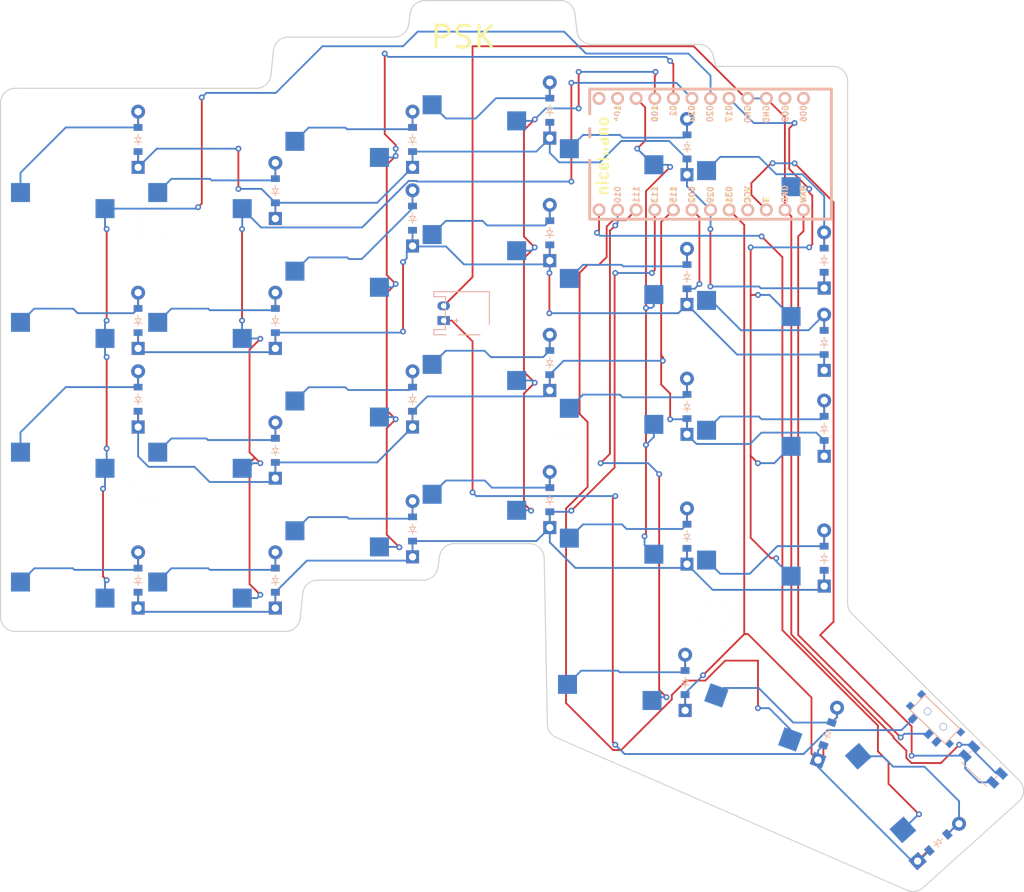
<source format=kicad_pcb>
(kicad_pcb (version 20240108) (generator "pcbnew") (generator_version "8.0")
  (title_block (title "left") (rev "v1.0.0") (company "Unknown"))
  (layers (0 "F.Cu" signal) (31 "B.Cu" signal) (34 "B.Paste" user) (35 "F.Paste" user) (36 "B.SilkS" user "B.Silkscreen") (37 "F.SilkS" user "F.Silkscreen") (38 "B.Mask" user) (39 "F.Mask" user) (44 "Edge.Cuts" user))
  (net 0 "")
  (net 1 "P020")
  (net 2 "first_mod")
  (net 3 "first_bottom")
  (net 4 "first_home")
  (net 5 "first_top")
  (net 6 "P022")
  (net 7 "second_mod")
  (net 8 "second_bottom")
  (net 9 "second_home")
  (net 10 "second_top")
  (net 11 "P024")
  (net 12 "third_mod")
  (net 13 "third_bottom")
  (net 14 "third_home")
  (net 15 "third_top")
  (net 16 "P100")
  (net 17 "fourth_mod")
  (net 18 "fourth_bottom")
  (net 19 "fourth_home")
  (net 20 "fourth_top")
  (net 21 "P011")
  (net 22 "fifth_mod")
  (net 23 "fifth_bottom")
  (net 24 "fifth_home")
  (net 25 "fifth_top")
  (net 26 "P017")
  (net 27 "sixth_mod")
  (net 28 "sixth_bottom")
  (net 29 "sixth_home")
  (net 30 "sixth_top")
  (net 31 "P010")
  (net 32 "near_thumb")
  (net 33 "P111")
  (net 34 "home_thumb")
  (net 35 "P009")
  (net 36 "far_thumb")
  (net 37 "P113")
  (net 38 "P002")
  (net 39 "P115")
  (net 40 "P029")
  (net 41 "P031")
  (net 42 "RAW")
  (net 43 "GND")
  (net 44 "RST")
  (net 45 "VCC")
  (net 46 "P006")
  (net 47 "P008")
  (net 48 "P104")
  (net 49 "P106")
  (net 50 "pos")
  (footprint "E73:SPDT_C128955" (layer "F.Cu") (at 216.756522 172.48592 -44)
    (property "Reference" "T1" (hide yes))
    (property "Value" "" (hide yes))
  )
  (footprint "ComboDiode" (layer "F.Cu") (at 182.8 129.75 90)
    (property "Reference" "D13" (hide yes))
    (property "Value" "" (hide yes))
  )
  (footprint "PG1350" (layer "F.Cu") (at 175 108.5 180)
    (property "Reference" "S19" (hide yes))
    (property "Value" "" (hide yes))
  )
  (footprint "ComboDiode" (layer "F.Cu") (at 182.8 112 90)
    (property "Reference" "D14" (hide yes))
    (property "Value" "" (hide yes))
  )
  (footprint "PG1350" (layer "F.Cu") (at 156.25 138 180)
    (property "Reference" "S13" (hide yes))
    (property "Value" "" (hide yes))
  )
  (footprint "ComboDiode" (layer "F.Cu") (at 145.3 104 90)
    (property "Reference" "D25" (hide yes))
    (property "Value" "" (hide yes))
  )
  (footprint "PG1350" (layer "F.Cu") (at 175 126.25 180)
    (property "Reference" "S18" (hide yes))
    (property "Value" "" (hide yes))
  )
  (footprint "nice_nano" (layer "F.Cu") (at 184.75 95.25 180)
    (property "Reference" "MCU1" (hide yes))
    (property "Value" "nice_nano" (hide yes))
  )
  (footprint "PG1350" (layer "F.Cu") (at 100 150 180)
    (property "Reference" "S1" (hide yes))
    (property "Value" "" (hide yes))
  )
  (footprint "PG1350" (layer "F.Cu") (at 137.5 143 180)
    (property "Reference" "S9" (hide yes))
    (property "Value" "" (hide yes))
  )
  (footprint "ComboDiode" (layer "F.Cu") (at 164.05 89.25 90)
    (property "Reference" "D27" (hide yes))
    (property "Value" "" (hide yes))
  )
  (footprint "PG1350" (layer "F.Cu") (at 137.5 125.25 180)
    (property "Reference" "S10" (hide yes))
    (property "Value" "" (hide yes))
  )
  (footprint "HOLE_M2_TH" (layer "F.Cu") (at 109.75 105.25)
    (property "Reference" "")
    (property "Value" "")
  )
  (footprint "PG1350" (layer "F.Cu") (at 156.25 120.25 180)
    (property "Reference" "S14" (hide yes))
    (property "Value" "" (hide yes))
  )
  (footprint "ComboDiode" (layer "F.Cu") (at 107.8 153.5 90)
    (property "Reference" "D1" (hide yes))
    (property "Value" "" (hide yes))
  )
  (footprint "PG1350" (layer "F.Cu") (at 137.5 89.75 180)
    (property "Reference" "S12" (hide yes))
    (property "Value" "" (hide yes))
  )
  (footprint "HOLE_M2_TH" (layer "F.Cu") (at 109 140.75)
    (property "Reference" "")
    (property "Value" "")
  )
  (footprint "PG1350" (layer "F.Cu") (at 175 90.75 180)
    (property "Reference" "S20" (hide yes))
    (property "Value" "" (hide yes))
  )
  (footprint "PG1350" (layer "F.Cu") (at 118.75 96.75 180)
    (property "Reference" "S8" (hide yes))
    (property "Value" "" (hide yes))
  )
  (footprint "PG1350" (layer "F.Cu") (at 193.75 93.75 180)
    (property "Reference" "S24" (hide yes))
    (property "Value" "" (hide yes))
  )
  (footprint "ComboDiode" (layer "F.Cu") (at 182.8 147.5 90)
    (property "Reference" "D12" (hide yes))
    (property "Value" "" (hide yes))
  )
  (footprint "PG1350" (layer "F.Cu") (at 193.75 111.5 180)
    (property "Reference" "S23" (hide yes))
    (property "Value" "" (hide yes))
  )
  (footprint "ComboDiode" (layer "F.Cu") (at 164.05 106 90)
    (property "Reference" "D11" (hide yes))
    (property "Value" "" (hide yes))
  )
  (footprint "ComboDiode" (layer "F.Cu") (at 182.8 94.25 90)
    (property "Reference" "D15" (hide yes))
    (property "Value" "" (hide yes))
  )
  (footprint "ComboDiode" (layer "F.Cu") (at 217.146801 189.35861 42)
    (property "Reference" "D20" (hide yes))
    (property "Value" "" (hide yes))
  )
  (footprint "ComboDiode" (layer "F.Cu") (at 201.55 121 90)
    (property "Reference" "D22" (hide yes))
    (property "Value" "" (hide yes))
  )
  (footprint "PG1350" (layer "F.Cu") (at 193.75 147 180)
    (property "Reference" "S21" (hide yes))
    (property "Value" "" (hide yes))
  )
  (footprint "ComboDiode" (layer "F.Cu") (at 182.55 167.5 90)
    (property "Reference" "D18" (hide yes))
    (property "Value" "" (hide yes))
  )
  (footprint "PG1350" (layer "F.Cu") (at 118.75 150 180)
    (property "Reference" "S5" (hide yes))
    (property "Value" "" (hide yes))
  )
  (footprint "PG1350" (layer "F.Cu") (at 156.25 102.5 180)
    (property "Reference" "S15" (hide yes))
    (property "Value" "" (hide yes))
  )
  (footprint "PG1350" (layer "F.Cu") (at 193.75 129.25 180)
    (property "Reference" "S22" (hide yes))
    (property "Value" "" (hide yes))
  )
  (footprint "PG1350" (layer "F.Cu") (at 118.75 114.5 180)
    (property "Reference" "S7" (hide yes))
    (property "Value" "" (hide yes))
  )
  (footprint "PG1350" (layer "F.Cu") (at 118.75 132.25 180)
    (property "Reference" "S6" (hide yes))
    (property "Value" "" (hide yes))
  )
  (footprint "ComboDiode" (layer "F.Cu") (at 107.8 93.25 90)
    (property "Reference" "D24" (hide yes))
    (property "Value" "" (hide yes))
  )
  (footprint "ComboDiode" (layer "F.Cu") (at 145.3 93.25 90)
    (property "Reference" "D9" (hide yes))
    (property "Value" "" (hide yes))
  )
  (footprint "Panasonic_EVQPUL_EVQPUC" (layer "F.Cu") (at 223.298899 178.705832 -44)
    (property "Reference" "B1" (hide yes))
    (property "Value" "Panasonic_EVQPUL_EVQPUC" (hide yes))
  )
  (footprint "ComboDiode" (layer "F.Cu") (at 126.55 135.75 90)
    (property "Reference" "D4" (hide yes))
    (property "Value" "" (hide yes))
  )
  (footprint "PG1350" (layer "F.Cu") (at 100 132.25 180)
    (property "Reference" "S2" (hide yes))
    (property "Value" "" (hide yes))
  )
  (footprint "HOLE_M2_TH" (layer "F.Cu") (at 166 135.5)
    (property "Reference" "")
    (property "Value" "")
  )
  (footprint "ComboDiode" (layer "F.Cu") (at 126.55 153.5 90)
    (property "Reference" "D3" (hide yes))
    (property "Value" "" (hide yes))
  )
  (footprint "PG1350" (layer "F.Cu") (at 174.75 164 180)
    (property "Reference" "S25" (hide yes))
    (property "Value" "" (hide yes))
  )
  (footprint "ComboDiode" (layer "F.Cu") (at 201.55 150.5 90)
    (property "Reference" "D16" (hide yes))
    (property "Value" "" (hide yes))
  )
  (footprint "ComboDiode" (layer "F.Cu") (at 201.55 132.75 90)
    (property "Reference" "D17" (hide yes))
    (property "Value" "" (hide yes))
  )
  (footprint "PG1350" (layer "F.Cu") (at 195.86957 168.561503 160)
    (property "Reference" "S26" (hide yes))
    (property "Value" "" (hide yes))
  )
  (footprint "PG1350" (layer "F.Cu") (at 100 114.5 180)
    (property "Reference" "S3" (hide yes))
    (property "Value" "" (hide yes))
  )
  (footprint "ComboDiode" (layer "F.Cu") (at 164.05 142.5 90)
    (property "Reference" "D26" (hide yes))
    (property "Value" "" (hide yes))
  )
  (footprint "JST_PH_S2B-PH-K_02x2.00mm_Angled" (layer "F.Cu") (at 149.55 117 90)
    (property "Reference" "JST1" (hide yes))
    (property "Value" "" (hide yes))
  )
  (footprint "ComboDiode" (layer "F.Cu") (at 107.8 128.75 90)
    (property "Reference" "D23" (hide yes))
    (property "Value" "" (hide yes))
  )
  (footprint "PG1350" (layer "F.Cu") (at 175 144 180)
    (property "Reference" "S17" (hide yes))
    (property "Value" "" (hide yes))
  )
  (footprint "ComboDiode" (layer "F.Cu") (at 201.55 109.75 90)
    (property "Reference" "D21" (hide yes))
    (property "Value" "" (hide yes))
  )
  (footprint "ComboDiode" (layer "F.Cu") (at 145.3 128.75 90)
    (property "Reference" "D8" (hide yes))
    (property "Value" "" (hide yes))
  )
  (footprint "ComboDiode" (layer "F.Cu") (at 145.3 146.5 90)
    (property "Reference" "D7" (hide yes))
    (property "Value" "" (hide yes))
  )
  (footprint "PG1350" (layer "F.Cu") (at 214.528589 181.220123 132)
    (property "Reference" "S27" (hide yes))
    (property "Value" "" (hide yes))
  )
  (footprint "ComboDiode" (layer "F.Cu") (at 164.05 123.75 90)
    (property "Reference" "D10" (hide yes))
    (property "Value" "" (hide yes))
  )
  (footprint "HOLE_M2_TH" (layer "F.Cu") (at 186.816389 158.349259 -20)
    (property "Reference" "")
    (property "Value" "")
  )
  (footprint "PG1350" (layer "F.Cu") (at 137.5 107.5 180)
    (property "Reference" "S11" (hide yes))
    (property "Value" "" (hide yes))
  )
  (footprint "ComboDiode" (layer "F.Cu") (at 126.55 118 90)
    (property "Reference" "D5" (hide yes))
    (property "Value" "" (hide yes))
  )
  (footprint "PG1350" (layer "F.Cu") (at 100 96.75 180)
    (property "Reference" "S4" (hide yes))
    (property "Value" "" (hide yes))
  )
  (footprint "ComboDiode" (layer "F.Cu") (at 202.002102 174.518184 70)
    (property "Reference" "D19" (hide yes))
    (property "Value" "" (hide yes))
  )
  (footprint "ComboDiode" (layer "F.Cu") (at 126.55 100.25 90)
    (property "Reference" "D6" (hide yes))
    (property "Value" "" (hide yes))
  )
  (footprint "PG1350" (layer "F.Cu") (at 156.25 84.75 180)
    (property "Reference" "S16" (hide yes))
    (property "Value" "" (hide yes))
  )
  (footprint "HOLE_M2_TH" (layer "F.Cu") (at 147.25 111.75)
    (property "Reference" "")
    (property "Value" "")
  )
  (footprint "ComboDiode" (layer "F.Cu") (at 107.8 118 90)
    (property "Reference" "D2" (hide yes))
    (property "Value" "" (hide yes))
  )
  (gr_arc (start 164.926424 175.012315) (mid 164.062692 174.290792) (end 163.725329 173.217101) (stroke (width 0.15)) (layer "Edge.Cuts"))
  (gr_line (start 146.972375 74.25) (end 165.484436 74.25) (stroke (width 0.15)) (layer "Edge.Cuts"))
  (gr_arc (start 169.765564 80.249999) (mid 168.441959 79.749355) (end 167.781009 78.498069) (stroke (width 0.15)) (layer "Edge.Cuts"))
  (gr_arc (start 148.755498 151.796681) (mid 148.082738 153.015481) (end 146.777625 153.5) (stroke (width 0.15)) (layer "Edge.Cuts"))
  (gr_arc (start 91 160.5) (mid 89.585786 159.914214) (end 89 158.5) (stroke (width 0.15)) (layer "Edge.Cuts"))
  (gr_arc (start 228.19739 180.878575) (mid 228.784609 182.34575) (end 228.123517 183.781155) (stroke (width 0.15)) (layer "Edge.Cuts"))
  (gr_line (start 212.905816 195.906633) (end 164.926424 175.012315) (stroke (width 0.15)) (layer "Edge.Cuts"))
  (gr_line (start 204.75 85.25) (end 204.75 156.669851) (stroke (width 0.15)) (layer "Edge.Cuts"))
  (gr_line (start 146.777625 153.5) (end 132.297161 153.5) (stroke (width 0.15)) (layer "Edge.Cuts"))
  (gr_arc (start 130.308543 155.286934) (mid 130.960399 154.012363) (end 132.297161 153.5) (stroke (width 0.15)) (layer "Edge.Cuts"))
  (gr_arc (start 89 88.25) (mid 89.585786 86.835786) (end 91 86.25) (stroke (width 0.15)) (layer "Edge.Cuts"))
  (gr_line (start 130.308543 155.286934) (end 129.941457 158.713066) (stroke (width 0.15)) (layer "Edge.Cuts"))
  (gr_line (start 128.297161 79.25) (end 142.777625 79.25) (stroke (width 0.15)) (layer "Edge.Cuts"))
  (gr_arc (start 165.484436 74.250001) (mid 166.808041 74.750645) (end 167.468991 76.001931) (stroke (width 0.15)) (layer "Edge.Cuts"))
  (gr_arc (start 202.75 83.25) (mid 204.164214 83.835786) (end 204.75 85.25) (stroke (width 0.15)) (layer "Edge.Cuts"))
  (gr_arc (start 126.308543 81.036934) (mid 126.960399 79.762363) (end 128.297161 79.25) (stroke (width 0.15)) (layer "Edge.Cuts"))
  (gr_line (start 91 86.25) (end 123.952839 86.25) (stroke (width 0.15)) (layer "Edge.Cuts"))
  (gr_line (start 167.468991 76.001931) (end 167.781009 78.498069) (stroke (width 0.15)) (layer "Edge.Cuts"))
  (gr_line (start 169.765564 80.25) (end 184.438498 80.25) (stroke (width 0.15)) (layer "Edge.Cuts"))
  (gr_line (start 148.994502 150.203319) (end 148.755498 151.796681) (stroke (width 0.15)) (layer "Edge.Cuts"))
  (gr_line (start 186.378767 81.764868) (end 186.7501 83.25) (stroke (width 0.15)) (layer "Edge.Cuts"))
  (gr_line (start 89 158.5) (end 89 88.25) (stroke (width 0.15)) (layer "Edge.Cuts"))
  (gr_line (start 163.725329 173.217101) (end 163.287722 150.461546) (stroke (width 0.15)) (layer "Edge.Cuts"))
  (gr_arc (start 184.438498 80.250001) (mid 185.669297 80.673571) (end 186.378767 81.764868) (stroke (width 0.15)) (layer "Edge.Cuts"))
  (gr_line (start 205.337866 158.086141) (end 228.19739 180.878575) (stroke (width 0.15)) (layer "Edge.Cuts"))
  (gr_line (start 228.123517 183.781155) (end 215.042613 195.559254) (stroke (width 0.15)) (layer "Edge.Cuts"))
  (gr_line (start 161.288092 148.5) (end 150.972375 148.5) (stroke (width 0.15)) (layer "Edge.Cuts"))
  (gr_arc (start 148.994502 150.203319) (mid 149.667262 148.984519) (end 150.972375 148.5) (stroke (width 0.15)) (layer "Edge.Cuts"))
  (gr_arc (start 129.941457 158.713066) (mid 129.289601 159.987637) (end 127.952839 160.5) (stroke (width 0.15)) (layer "Edge.Cuts"))
  (gr_arc (start 144.994502 75.953319) (mid 145.667262 74.734519) (end 146.972375 74.25) (stroke (width 0.15)) (layer "Edge.Cuts"))
  (gr_line (start 186.7501 83.25) (end 202.75 83.25) (stroke (width 0.15)) (layer "Edge.Cuts"))
  (gr_line (start 91 160.5) (end 127.952839 160.5) (stroke (width 0.15)) (layer "Edge.Cuts"))
  (gr_arc (start 125.941457 84.463066) (mid 125.289601 85.737637) (end 123.952839 86.25) (stroke (width 0.15)) (layer "Edge.Cuts"))
  (gr_arc (start 215.042614 195.559253) (mid 214.02528 196.047047) (end 212.905817 195.906633) (stroke (width 0.15)) (layer "Edge.Cuts"))
  (gr_arc (start 144.755498 77.546681) (mid 144.082738 78.765481) (end 142.777625 79.25) (stroke (width 0.15)) (layer "Edge.Cuts"))
  (gr_arc (start 205.337866 158.086141) (mid 204.902804 157.436575) (end 204.75 156.669851) (stroke (width 0.15)) (layer "Edge.Cuts"))
  (gr_arc (start 161.288092 148.5) (mid 162.688644 149.072256) (end 163.287722 150.461546) (stroke (width 0.15)) (layer "Edge.Cuts"))
  (gr_line (start 125.941457 84.463066) (end 126.308543 81.036934) (stroke (width 0.15)) (layer "Edge.Cuts"))
  (gr_line (start 144.755498 77.546681) (end 144.994502 75.953319) (stroke (width 0.15)) (layer "Edge.Cuts"))
  (gr_text "PSK" (at 147.55 79.25 0) (layer "F.SilkS") (effects (font (size 3 3) (thickness 0.4)) (justify left)))
  (segment (start 103 141) (end 103 153) (width 0.25) (layer "F.Cu") (net 1))
  (segment (start 103.5 123) (end 103.5 135.5) (width 0.25) (layer "F.Cu") (net 1))
  (segment (start 116.5 102) (end 116.5 87.5) (width 0.25) (layer "F.Cu") (net 1))
  (segment (start 116 102.5) (end 116.5 102) (width 0.25) (layer "F.Cu") (net 1))
  (segment (start 103.5 105.5) (end 103.5 118) (width 0.25) (layer "F.Cu") (net 1))
  (segment (start 103 153) (end 103.5 153.5) (width 0.25) (layer "F.Cu") (net 1))
  (via (at 116 102.5) (size 0.8) (drill 0.4) (layers "F.Cu" "B.Cu") (net 1))
  (via (at 103.5 105.5) (size 0.8) (drill 0.4) (layers "F.Cu" "B.Cu") (net 1))
  (via (at 103 141) (size 0.8) (drill 0.4) (layers "F.Cu" "B.Cu") (net 1))
  (via (at 103.5 153.5) (size 0.8) (drill 0.4) (layers "F.Cu" "B.Cu") (net 1))
  (via (at 103.5 118) (size 0.8) (drill 0.4) (layers "F.Cu" "B.Cu") (net 1))
  (via (at 103.5 123) (size 0.8) (drill 0.4) (layers "F.Cu" "B.Cu") (net 1))
  (via (at 103.5 135.5) (size 0.8) (drill 0.4) (layers "F.Cu" "B.Cu") (net 1))
  (via (at 116.5 87.5) (size 0.8) (drill 0.4) (layers "F.Cu" "B.Cu") (net 1))
  (segment (start 183 81.5) (end 186.02 84.52) (width 0.25) (layer "B.Cu") (net 1))
  (segment (start 146 78.5) (end 166 78.5) (width 0.25) (layer "B.Cu") (net 1))
  (segment (start 115.8 102.7) (end 116 102.5) (width 0.25) (layer "B.Cu") (net 1))
  (segment (start 103.275 140.725) (end 103 141) (width 0.25) (layer "B.Cu") (net 1))
  (segment (start 166 78.5) (end 169 81.5) (width 0.25) (layer "B.Cu") (net 1))
  (segment (start 103.275 118.225) (end 103.275 120.45) (width 0.25) (layer "B.Cu") (net 1))
  (segment (start 103.275 138.2) (end 103.275 140.725) (width 0.25) (layer "B.Cu") (net 1))
  (segment (start 103.5 135.5) (end 103.5 137.975) (width 0.25) (layer "B.Cu") (net 1))
  (segment (start 103.275 102.7) (end 103.275 105.275) (width 0.25) (layer "B.Cu") (net 1))
  (segment (start 186.02 84.52) (end 186.02 87.63) (width 0.25) (layer "B.Cu") (net 1))
  (segment (start 133 80.5) (end 144 80.5) (width 0.25) (layer "B.Cu") (net 1))
  (segment (start 169 81.5) (end 183 81.5) (width 0.25) (layer "B.Cu") (net 1))
  (segment (start 117.125 86.875) (end 126.625 86.875) (width 0.25) (layer "B.Cu") (net 1))
  (segment (start 103.5 153.5) (end 103.275 153.725) (width 0.25) (layer "B.Cu") (net 1))
  (segment (start 126.625 86.875) (end 133 80.5) (width 0.25) (layer "B.Cu") (net 1))
  (segment (start 103.275 102.7) (end 115.8 102.7) (width 0.25) (layer "B.Cu") (net 1))
  (segment (start 103.275 105.275) (end 103.5 105.5) (width 0.25) (layer "B.Cu") (net 1))
  (segment (start 144 80.5) (end 146 78.5) (width 0.25) (layer "B.Cu") (net 1))
  (segment (start 103.5 118) (end 103.275 118.225) (width 0.25) (layer "B.Cu") (net 1))
  (segment (start 103.5 137.975) (end 103.275 138.2) (width 0.25) (layer "B.Cu") (net 1))
  (segment (start 116.5 87.5) (end 117.125 86.875) (width 0.25) (layer "B.Cu") (net 1))
  (segment (start 103.275 122.775) (end 103.5 123) (width 0.25) (layer "B.Cu") (net 1))
  (segment (start 103.275 120.45) (end 103.275 122.775) (width 0.25) (layer "B.Cu") (net 1))
  (segment (start 103.275 153.725) (end 103.275 155.95) (width 0.25) (layer "B.Cu") (net 1))
  (segment (start 107.8 151.85) (end 107.8 149.69) (width 0.25) (layer "F.Cu") (net 2))
  (segment (start 107.5605 152.0895) (end 107.8 151.85) (width 0.25) (layer "B.Cu") (net 2))
  (segment (start 98.875 151.875) (end 99.0895 152.0895) (width 0.25) (layer "B.Cu") (net 2))
  (segment (start 91.725 153.775) (end 93.625 151.875) (width 0.25) (layer "B.Cu") (net 2))
  (segment (start 93.625 151.875) (end 98.875 151.875) (width 0.25) (layer "B.Cu") (net 2))
  (segment (start 107.8 151.85) (end 107.8 149.69) (width 0.25) (layer "B.Cu") (net 2))
  (segment (start 91.725 153.75) (end 91.725 153.775) (width 0.25) (layer "B.Cu") (net 2))
  (segment (start 99.0895 152.0895) (end 107.5605 152.0895) (width 0.25) (layer "B.Cu") (net 2))
  (segment (start 107.8 127.1) (end 107.8 124.94) (width 0.25) (layer "F.Cu") (net 3))
  (segment (start 97.916316 127.1) (end 107.8 127.1) (width 0.25) (layer "B.Cu") (net 3))
  (segment (start 91.725 133.291316) (end 97.916316 127.1) (width 0.25) (layer "B.Cu") (net 3))
  (segment (start 91.725 136) (end 91.725 133.291316) (width 0.25) (layer "B.Cu") (net 3))
  (segment (start 107.8 127.1) (end 107.8 124.94) (width 0.25) (layer "B.Cu") (net 3))
  (segment (start 107.8 116.35) (end 107.8 114.19) (width 0.25) (layer "F.Cu") (net 4))
  (segment (start 98.920001 116.375) (end 99.545001 117) (width 0.25) (layer "B.Cu") (net 4))
  (segment (start 93.6 116.375) (end 98.920001 116.375) (width 0.25) (layer "B.Cu") (net 4))
  (segment (start 99.545001 117) (end 107.15 117) (width 0.25) (layer "B.Cu") (net 4))
  (segment (start 107.15 117) (end 107.8 116.35) (width 0.25) (layer "B.Cu") (net 4))
  (segment (start 91.725 118.25) (end 93.6 116.375) (width 0.25) (layer "B.Cu") (net 4))
  (segment (start 107.8 114.19) (end 107.8 116.35) (width 0.25) (layer "B.Cu") (net 4))
  (segment (start 107.8 91.6) (end 107.8 89.44) (width 0.25) (layer "F.Cu") (net 5))
  (segment (start 91.725 97.791316) (end 97.916316 91.6) (width 0.25) (layer "B.Cu") (net 5))
  (segment (start 107.8 91.6) (end 107.8 89.44) (width 0.25) (layer "B.Cu") (net 5))
  (segment (start 97.916316 91.6) (end 107.8 91.6) (width 0.25) (layer "B.Cu") (net 5))
  (segment (start 91.725 100.5) (end 91.725 97.791316) (width 0.25) (layer "B.Cu") (net 5))
  (segment (start 123.0241 137.4759) (end 123.0241 154.0241) (width 0.25) (layer "F.Cu") (net 6))
  (segment (start 123.75 136.75) (end 123.0241 137.4759) (width 0.25) (layer "F.Cu") (net 6))
  (segment (start 123.0241 154.0241) (end 124.5 155.5) (width 0.25) (layer "F.Cu") (net 6))
  (segment (start 124.5 120.5) (end 123.0241 121.9759) (width 0.25) (layer "F.Cu") (net 6))
  (segment (start 123.75 136.75) (end 124.5 137.5) (width 0.25) (layer "F.Cu") (net 6))
  (segment (start 167 99) (end 167 85.5) (width 0.25) (layer "F.Cu") (net 6))
  (segment (start 123.0241 136.0241) (end 123.75 136.75) (width 0.25) (layer "F.Cu") (net 6))
  (segment (start 123.0241 121.9759) (end 123.0241 136.0241) (width 0.25) (layer "F.Cu") (net 6))
  (segment (start 122 105.5) (end 122 118) (width 0.25) (layer "F.Cu") (net 6))
  (via (at 124.5 137.5) (size 0.8) (drill 0.4) (layers "F.Cu" "B.Cu") (net 6))
  (via (at 167 99) (size 0.8) (drill 0.4) (layers "F.Cu" "B.Cu") (net 6))
  (via (at 167 85.5) (size 0.8) (drill 0.4) (layers "F.Cu" "B.Cu") (net 6))
  (via (at 124.5 155.5) (size 0.8) (drill 0.4) (layers "F.Cu" "B.Cu") (net 6))
  (via (at 122 105.5) (size 0.8) (drill 0.4) (layers "F.Cu" "B.Cu") (net 6))
  (via (at 124.5 120.5) (size 0.8) (drill 0.4) (layers "F.Cu" "B.Cu") (net 6))
  (via (at 122 118) (size 0.8) (drill 0.4) (layers "F.Cu" "B.Cu") (net 6))
  (segment (start 122.025 102.7) (end 124.599 105.274) (width 0.25) (layer "B.Cu") (net 6))
  (segment (start 122.025 120.45) (end 124.45 120.45) (width 0.25) (layer "B.Cu") (net 6))
  (segment (start 138.409342 105.274) (end 144.770842 98.9125) (width 0.25) (layer "B.Cu") (net 6))
  (segment (start 124.45 120.45) (end 124.5 120.5) (width 0.25) (layer "B.Cu") (net 6))
  (segment (start 122 120.425) (end 122.025 120.45) (width 0.25) (layer "B.Cu") (net 6))
  (segment (start 145.916658 99) (end 167 99) (width 0.25) (layer "B.Cu") (net 6))
  (segment (start 145.829158 98.9125) (end 145.916658 99) (width 0.25) (layer "B.Cu") (net 6))
  (segment (start 124.5 137.5) (end 123.5 137.5) (width 0.25) (layer "B.Cu") (net 6))
  (segment (start 124.599 105.274) (end 138.409342 105.274) (width 0.25) (layer "B.Cu") (net 6))
  (segment (start 144.770842 98.9125) (end 145.829158 98.9125) (width 0.25) (layer "B.Cu") (net 6))
  (segment (start 122.8 138.2) (end 122.025 138.2) (width 0.25) (layer "B.Cu") (net 6))
  (segment (start 122.025 105.475) (end 122 105.5) (width 0.25) (layer "B.Cu") (net 6))
  (segment (start 167 85.5) (end 181.35 85.5) (width 0.25) (layer "B.Cu") (net 6))
  (segment (start 123.5 137.5) (end 122.8 138.2) (width 0.25) (layer "B.Cu") (net 6))
  (segment (start 181.35 85.5) (end 183.48 87.63) (width 0.25) (layer "B.Cu") (net 6))
  (segment (start 124.5 155.5) (end 124.05 155.95) (width 0.25) (layer "B.Cu") (net 6))
  (segment (start 122.025 102.7) (end 122.025 105.475) (width 0.25) (layer "B.Cu") (net 6))
  (segment (start 122 118) (end 122 120.425) (width 0.25) (layer "B.Cu") (net 6))
  (segment (start 124.05 155.95) (end 122.025 155.95) (width 0.25) (layer "B.Cu") (net 6))
  (segment (start 126.55 149.69) (end 126.55 151.85) (width 0.25) (layer "F.Cu") (net 7))
  (segment (start 126.3105 152.0895) (end 126.55 151.85) (width 0.25) (layer "B.Cu") (net 7))
  (segment (start 117.5895 152.0895) (end 126.3105 152.0895) (width 0.25) (layer "B.Cu") (net 7))
  (segment (start 126.55 151.85) (end 126.55 149.69) (width 0.25) (layer "B.Cu") (net 7))
  (segment (start 117.375 151.875) (end 117.5895 152.0895) (width 0.25) (layer "B.Cu") (net 7))
  (segment (start 112.35 151.875) (end 117.375 151.875) (width 0.25) (layer "B.Cu") (net 7))
  (segment (start 110.475 153.75) (end 112.35 151.875) (width 0.25) (layer "B.Cu") (net 7))
  (segment (start 126.55 131.94) (end 126.55 134.1) (width 0.25) (layer "F.Cu") (net 8))
  (segment (start 117.3395 134.3395) (end 126.3105 134.3395) (width 0.25) (layer "B.Cu") (net 8))
  (segment (start 126.55 134.1) (end 126.55 131.94) (width 0.25) (layer "B.Cu") (net 8))
  (segment (start 126.3105 134.3395) (end 126.55 134.1) (width 0.25) (layer "B.Cu") (net 8))
  (segment (start 112.35 134.125) (end 117.125 134.125) (width 0.25) (layer "B.Cu") (net 8))
  (segment (start 117.125 134.125) (end 117.3395 134.3395) (width 0.25) (layer "B.Cu") (net 8))
  (segment (start 110.475 136) (end 112.35 134.125) (width 0.25) (layer "B.Cu") (net 8))
  (segment (start 126.55 114.19) (end 126.55 116.35) (width 0.25) (layer "F.Cu") (net 9))
  (segment (start 117.5895 116.5895) (end 126.3105 116.5895) (width 0.25) (layer "B.Cu") (net 9))
  (segment (start 110.475 118.25) (end 112.35 116.375) (width 0.25) (layer "B.Cu") (net 9))
  (segment (start 126.3105 116.5895) (end 126.55 116.35) (width 0.25) (layer "B.Cu") (net 9))
  (segment (start 112.35 116.375) (end 117.375 116.375) (width 0.25) (layer "B.Cu") (net 9))
  (segment (start 117.375 116.375) (end 117.5895 116.5895) (width 0.25) (layer "B.Cu") (net 9))
  (segment (start 126.55 116.35) (end 126.55 114.19) (width 0.25) (layer "B.Cu") (net 9))
  (segment (start 126.55 98.6) (end 126.55 96.44) (width 0.25) (layer "F.Cu") (net 10))
  (segment (start 112.35 98.625) (end 117.625 98.625) (width 0.25) (layer "B.Cu") (net 10))
  (segment (start 117.625 98.625) (end 117.8395 98.8395) (width 0.25) (layer "B.Cu") (net 10))
  (segment (start 126.3105 98.8395) (end 126.55 98.6) (width 0.25) (layer "B.Cu") (net 10))
  (segment (start 110.475 100.5) (end 112.35 98.625) (width 0.25) (layer "B.Cu") (net 10))
  (segment (start 126.55 98.6) (end 126.55 96.44) (width 0.25) (layer "B.Cu") (net 10))
  (segment (start 117.8395 98.8395) (end 126.3105 98.8395) (width 0.25) (layer "B.Cu") (net 10))
  (segment (start 180.5 82.5) (end 180.94 82.94) (width 0.25) (layer "F.Cu") (net 11))
  (segment (start 180.94 82.94) (end 180.94 87.63) (width 0.25) (layer "F.Cu") (net 11))
  (segment (start 141.7741 130.2741) (end 143 131.5) (width 0.25) (layer "F.Cu") (net 11))
  (segment (start 143 113) (end 141.7741 114.2259) (width 0.25) (layer "F.Cu") (net 11))
  (segment (start 143 94) (end 141.5 92.5) (width 0.25) (layer "F.Cu") (net 11))
  (segment (start 141.7741 147.2741) (end 143.5 149) (width 0.25) (layer "F.Cu") (net 11))
  (segment (start 143 95.5) (end 141.7741 96.7259) (width 0.25) (layer "F.Cu") (net 11))
  (segment (start 141.7741 114.2259) (end 141.7741 130.2741) (width 0.25) (layer "F.Cu") (net 11))
  (segment (start 141.7741 132.7259) (end 141.7741 147.2741) (width 0.25) (layer "F.Cu") (net 11))
  (segment (start 141.5 92.5) (end 141.5 81.5) (width 0.25) (layer "F.Cu") (net 11))
  (segment (start 143 131.5) (end 141.7741 132.7259) (width 0.25) (layer "F.Cu") (net 11))
  (segment (start 141.7741 111.7741) (end 143 113) (width 0.25) (layer "F.Cu") (net 11))
  (segment (start 143 94.5) (end 143 94) (width 0.25) (layer "F.Cu") (net 11))
  (segment (start 141.7741 96.7259) (end 141.7741 111.7741) (width 0.25) (layer "F.Cu") (net 11))
  (via (at 143 131.5) (size 0.8) (drill 0.4) (layers "F.Cu" "B.Cu") (net 11))
  (via (at 143 94.5) (size 0.8) (drill 0.4) (layers "F.Cu" "B.Cu") (net 11))
  (via (at 143 95.5) (size 0.8) (drill 0.4) (layers "F.Cu" "B.Cu") (net 11))
  (via (at 143 113) (size 0.8) (drill 0.4) (layers "F.Cu" "B.Cu") (net 11))
  (via (at 141.5 81.5) (size 0.8) (drill 0.4) (layers "F.Cu" "B.Cu") (net 11))
  (via (at 143.5 149) (size 0.8) (drill 0.4) (layers "F.Cu" "B.Cu") (net 11))
  (via (at 180.5 82.5) (size 0.8) (drill 0.4) (layers "F.Cu" "B.Cu") (net 11))
  (segment (start 140.775 148.95) (end 143.45 148.95) (width 0.25) (layer "B.Cu") (net 11))
  (segment (start 142.8 95.7) (end 143 95.5) (width 0.25) (layer "B.Cu") (net 11))
  (segment (start 143.45 148.95) (end 143.5 149) (width 0.25) (layer "B.Cu") (net 11))
  (segment (start 142.7 131.2) (end 143 131.5) (width 0.25) (layer "B.Cu") (net 11))
  (segment (start 140.775 95.7) (end 142.8 95.7) (width 0.25) (layer "B.Cu") (net 11))
  (segment (start 142.55 113.45) (end 143 113) (width 0.25) (layer "B.Cu") (net 11))
  (segment (start 179.95 81.95) (end 180.5 82.5) (width 0.25) (layer "B.Cu") (net 11))
  (segment (start 141.95 81.95) (end 179.95 81.95) (width 0.25) (layer "B.Cu") (net 11))
  (segment (start 141.5 81.5) (end 141.95 81.95) (width 0.25) (layer "B.Cu") (net 11))
  (segment (start 143 95.5) (end 143 94.5) (width 0.25) (layer "B.Cu") (net 11))
  (segment (start 140.775 131.2) (end 142.7 131.2) (width 0.25) (layer "B.Cu") (net 11))
  (segment (start 140.775 113.45) (end 142.55 113.45) (width 0.25) (layer "B.Cu") (net 11))
  (segment (start 145.3 144.85) (end 145.3 142.69) (width 0.25) (layer "F.Cu") (net 12))
  (segment (start 145.3 144.85) (end 145.3 142.69) (width 0.25) (layer "B.Cu") (net 12))
  (segment (start 145.0605 145.0895) (end 145.3 144.85) (width 0.25) (layer "B.Cu") (net 12))
  (segment (start 131.1 144.875) (end 136.375 144.875) (width 0.25) (layer "B.Cu") (net 12))
  (segment (start 129.225 146.75) (end 131.1 144.875) (width 0.25) (layer "B.Cu") (net 12))
  (segment (start 136.375 144.875) (end 136.5895 145.0895) (width 0.25) (layer "B.Cu") (net 12))
  (segment (start 136.5895 145.0895) (end 145.0605 145.0895) (width 0.25) (layer "B.Cu") (net 12))
  (segment (start 145.3 127.1) (end 145.3 124.94) (width 0.25) (layer "F.Cu") (net 13))
  (segment (start 136.5 127.5) (end 144.9 127.5) (width 0.25) (layer "B.Cu") (net 13))
  (segment (start 145.3 127.1) (end 145.3 124.94) (width 0.25) (layer "B.Cu") (net 13))
  (segment (start 131.1 127.125) (end 136.125 127.125) (width 0.25) (layer "B.Cu") (net 13))
  (segment (start 129.225 129) (end 131.1 127.125) (width 0.25) (layer "B.Cu") (net 13))
  (segment (start 144.9 127.5) (end 145.3 127.1) (width 0.25) (layer "B.Cu") (net 13))
  (segment (start 136.125 127.125) (end 136.5 127.5) (width 0.25) (layer "B.Cu") (net 13))
  (segment (start 145.3 102.35) (end 145.3 100.19) (width 0.25) (layer "F.Cu") (net 14))
  (segment (start 136.375 109.375) (end 136.5895 109.5895) (width 0.25) (layer "B.Cu") (net 14))
  (segment (start 145.3 102.35) (end 145.3 100.19) (width 0.25) (layer "B.Cu") (net 14))
  (segment (start 129.225 111.25) (end 131.1 109.375) (width 0.25) (layer "B.Cu") (net 14))
  (segment (start 138.365499 109.5895) (end 145.3 102.654999) (width 0.25) (layer "B.Cu") (net 14))
  (segment (start 136.5895 109.5895) (end 138.365499 109.5895) (width 0.25) (layer "B.Cu") (net 14))
  (segment (start 131.1 109.375) (end 136.375 109.375) (width 0.25) (layer "B.Cu") (net 14))
  (segment (start 145.3 102.654999) (end 145.3 102.35) (width 0.25) (layer "B.Cu") (net 14))
  (segment (start 145.3 91.6) (end 145.3 89.44) (width 0.25) (layer "F.Cu") (net 15))
  (segment (start 145.3 91.6) (end 145.3 89.44) (width 0.25) (layer "B.Cu") (net 15))
  (segment (start 129.225 93.5) (end 131.1 91.625) (width 0.25) (layer "B.Cu") (net 15))
  (segment (start 131.1 91.625) (end 136.125 91.625) (width 0.25) (layer "B.Cu") (net 15))
  (segment (start 136.125 91.625) (end 136.3395 91.8395) (width 0.25) (layer "B.Cu") (net 15))
  (segment (start 136.3395 91.8395) (end 145.0605 91.8395) (width 0.25) (layer "B.Cu") (net 15))
  (segment (start 145.0605 91.8395) (end 145.3 91.6) (width 0.25) (layer "B.Cu") (net 15))
  (segment (start 162 108) (end 160.5241 109.4759) (width 0.25) (layer "F.Cu") (net 16))
  (segment (start 160.5241 106.5241) (end 162 108) (width 0.25) (layer "F.Cu") (net 16))
  (segment (start 160.5241 91.9759) (end 160.5241 106.5241) (width 0.25) (layer "F.Cu") (net 16))
  (segment (start 162 126.5) (end 160.5241 127.9759) (width 0.25) (layer "F.Cu") (net 16))
  (segment (start 160.5241 125.0241) (end 162 126.5) (width 0.25) (layer "F.Cu") (net 16))
  (segment (start 168 89) (end 168 84) (width 0.25) (layer "F.Cu") (net 16))
  (segment (start 160.5241 109.4759) (end 160.5241 125.0241) (width 0.25) (layer "F.Cu") (net 16))
  (segment (start 160.5241 143.0241) (end 161.5 144) (width 0.25) (layer "F.Cu") (net 16))
  (segment (start 178.5 84.5) (end 178.4 84.6) (width 0.25) (layer "F.Cu") (net 16))
  (segment (start 178.4 84.6) (end 178.4 87.63) (width 0.25) (layer "F.Cu") (net 16))
  (segment (start 160.5241 127.9759) (end 160.5241 143.0241) (width 0.25) (layer "F.Cu") (net 16))
  (segment (start 162 90.5) (end 160.5241 91.9759) (width 0.25) (layer "F.Cu") (net 16))
  (segment (start 178.5 84) (end 178.5 84.5) (width 0.25) (layer "F.Cu") (net 16))
  (via (at 162 90.5) (size 0.8) (drill 0.4) (layers "F.Cu" "B.Cu") (net 16))
  (via (at 161.5 144) (size 0.8) (drill 0.4) (layers "F.Cu" "B.Cu") (net 16))
  (via (at 168 89) (size 0.8) (drill 0.4) (layers "F.Cu" "B.Cu") (net 16))
  (via (at 162 108) (size 0.8) (drill 0.4) (layers "F.Cu" "B.Cu") (net 16))
  (via (at 162 126.5) (size 0.8) (drill 0.4) (layers "F.Cu" "B.Cu") (net 16))
  (via (at 178.5 84) (size 0.8) (drill 0.4) (layers "F.Cu" "B.Cu") (net 16))
  (via (at 168 84) (size 0.8) (drill 0.4) (layers "F.Cu" "B.Cu") (net 16))
  (segment (start 159.525 108.45) (end 161.55 108.45) (width 0.25) (layer "B.Cu") (net 16))
  (segment (start 161.55 108.45) (end 162 108) (width 0.25) (layer "B.Cu") (net 16))
  (segment (start 159.525 126.2) (end 161.7 126.2) (width 0.25) (layer "B.Cu") (net 16))
  (segment (start 161.8 90.7) (end 162 90.5) (width 0.25) (layer "B.Cu") (net 16))
  (segment (start 168 84) (end 178.5 84) (width 0.25) (layer "B.Cu") (net 16))
  (segment (start 159.525 143.95) (end 161.45 143.95) (width 0.25) (layer "B.Cu") (net 16))
  (segment (start 163.5 89) (end 168 89) (width 0.25) (layer "B.Cu") (net 16))
  (segment (start 161.45 143.95) (end 161.5 144) (width 0.25) (layer "B.Cu") (net 16))
  (segment (start 161.7 126.2) (end 162 126.5) (width 0.25) (layer "B.Cu") (net 16))
  (segment (start 159.525 90.7) (end 161.8 90.7) (width 0.25) (layer "B.Cu") (net 16))
  (segment (start 162 90.5) (end 163.5 89) (width 0.25) (layer "B.Cu") (net 16))
  (segment (start 164.05 138.69) (end 164.05 140.85) (width 0.25) (layer "F.Cu") (net 17))
  (segment (start 155.170001 139.875) (end 156.145001 140.85) (width 0.25) (layer "B.Cu") (net 17))
  (segment (start 149.85 139.875) (end 155.170001 139.875) (width 0.25) (layer "B.Cu") (net 17))
  (segment (start 147.975 141.75) (end 149.85 139.875) (width 0.25) (layer "B.Cu") (net 17))
  (segment (start 156.145001 140.85) (end 164.05 140.85) (width 0.25) (layer "B.Cu") (net 17))
  (segment (start 164.05 140.85) (end 164.05 138.69) (width 0.25) (layer "B.Cu") (net 17))
  (segment (start 164.05 119.94) (end 164.05 122.1) (width 0.25) (layer "F.Cu") (net 18))
  (segment (start 156 123) (end 163.15 123) (width 0.25) (layer "B.Cu") (net 18))
  (segment (start 149.85 122.125) (end 155.125 122.125) (width 0.25) (layer "B.Cu") (net 18))
  (segment (start 155.125 122.125) (end 156 123) (width 0.25) (layer "B.Cu") (net 18))
  (segment (start 147.975 124) (end 149.85 122.125) (width 0.25) (layer "B.Cu") (net 18))
  (segment (start 163.15 123) (end 164.05 122.1) (width 0.25) (layer "B.Cu") (net 18))
  (segment (start 164.05 122.1) (end 164.05 119.94) (width 0.25) (layer "B.Cu") (net 18))
  (segment (start 164.05 102.19) (end 164.05 104.35) (width 0.25) (layer "F.Cu") (net 19))
  (segment (start 154.875 104.375) (end 155.5 105) (width 0.25) (layer "B.Cu") (net 19))
  (segment (start 155.5 105) (end 163.4 105) (width 0.25) (layer "B.Cu") (net 19))
  (segment (start 147.975 106.25) (end 149.85 104.375) (width 0.25) (layer "B.Cu") (net 19))
  (segment (start 164.05 104.35) (end 164.05 102.19) (width 0.25) (layer "B.Cu") (net 19))
  (segment (start 149.85 104.375) (end 154.875 104.375) (width 0.25) (layer "B.Cu") (net 19))
  (segment (start 163.4 105) (end 164.05 104.35) (width 0.25) (layer "B.Cu") (net 19))
  (segment (start 164.05 85.44) (end 164.05 87.6) (width 0.25) (layer "F.Cu") (net 20))
  (segment (start 156.69835 87.6) (end 164.05 87.6) (width 0.25) (layer "B.Cu") (net 20))
  (segment (start 153.92335 90.375) (end 156.69835 87.6) (width 0.25) (layer "B.Cu") (net 20))
  (segment (start 147.975 88.5) (end 149.85 90.375) (width 0.25) (layer "B.Cu") (net 20))
  (segment (start 164.05 87.6) (end 164.05 85.44) (width 0.25) (layer "B.Cu") (net 20))
  (segment (start 149.85 90.375) (end 153.92335 90.375) (width 0.25) (layer "B.Cu") (net 20))
  (segment (start 177.0895 93.4105) (end 177.0895 88.8595) (width 0.25) (layer "F.Cu") (net 21))
  (segment (start 180.5 97) (end 177.1987 100.3013) (width 0.25) (layer "F.Cu") (net 21))
  (segment (start 177.1987 135) (end 177.1987 147.3013) (width 0.25) (layer "F.Cu") (net 21))
  (segment (start 177.1987 147.3013) (end 177 147.5) (width 0.25) (layer "F.Cu") (net 21))
  (segment (start 177.1987 100.3013) (end 177.1987 135) (width 0.25) (layer "F.Cu") (net 21))
  (segment (start 176 94.5) (end 177.0895 93.4105) (width 0.25) (layer "F.Cu") (net 21))
  (segment (start 177.0895 88.8595) (end 175.86 87.63) (width 0.25) (layer "F.Cu") (net 21))
  (via (at 177.1987 116.275) (size 0.8) (drill 0.4) (layers "F.Cu" "B.Cu") (net 21))
  (via (at 180.5 97) (size 0.8) (drill 0.4) (layers "F.Cu" "B.Cu") (net 21))
  (via (at 176 94.5) (size 0.8) (drill 0.4) (layers "F.Cu" "B.Cu") (net 21))
  (via (at 177 147.5) (size 0.8) (drill 0.4) (layers "F.Cu" "B.Cu") (net 21))
  (via (at 177.1987 135) (size 0.8) (drill 0.4) (layers "F.Cu" "B.Cu") (net 21))
  (segment (start 178.275 96.7) (end 178.2 96.7) (width 0.25) (layer "B.Cu") (net 21))
  (segment (start 178.275 133.9237) (end 177.1987 135) (width 0.25) (layer "B.Cu") (net 21))
  (segment (start 177 147.5) (end 177 148.675) (width 0.25) (layer "B.Cu") (net 21))
  (segment (start 178.275 114.45) (end 178.275 116) (width 0.25) (layer "B.Cu") (net 21))
  (segment (start 180.2 96.7) (end 180.5 97) (width 0.25) (layer "B.Cu") (net 21))
  (segment (start 178.275 116) (end 178 116.275) (width 0.25) (layer "B.Cu") (net 21))
  (segment (start 178.2 96.7) (end 176 94.5) (width 0.25) (layer "B.Cu") (net 21))
  (segment (start 178.275 132.2) (end 178.275 133.9237) (width 0.25) (layer "B.Cu") (net 21))
  (segment (start 177 148.675) (end 178.275 149.95) (width 0.25) (layer "B.Cu") (net 21))
  (segment (start 178.275 96.7) (end 180.2 96.7) (width 0.25) (layer "B.Cu") (net 21))
  (segment (start 178 116.275) (end 177.1987 116.275) (width 0.25) (layer "B.Cu") (net 21))
  (segment (start 182.8 143.69) (end 182.8 145.85) (width 0.25) (layer "F.Cu") (net 22))
  (segment (start 182.8 145.85) (end 182.8 143.69) (width 0.25) (layer "B.Cu") (net 22))
  (segment (start 174.545001 146.5) (end 182.15 146.5) (width 0.25) (layer "B.Cu") (net 22))
  (segment (start 173.920001 145.875) (end 174.545001 146.5) (width 0.25) (layer "B.Cu") (net 22))
  (segment (start 166.725 147.75) (end 168.6 145.875) (width 0.25) (layer "B.Cu") (net 22))
  (segment (start 168.6 145.875) (end 173.920001 145.875) (width 0.25) (layer "B.Cu") (net 22))
  (segment (start 182.15 146.5) (end 182.8 145.85) (width 0.25) (layer "B.Cu") (net 22))
  (segment (start 182.8 125.94) (end 182.8 128.1) (width 0.25) (layer "F.Cu") (net 23))
  (segment (start 174 128.5) (end 182.4 128.5) (width 0.25) (layer "B.Cu") (net 23))
  (segment (start 166.725 130) (end 168.6 128.125) (width 0.25) (layer "B.Cu") (net 23))
  (segment (start 182.8 128.1) (end 182.8 125.94) (width 0.25) (layer "B.Cu") (net 23))
  (segment (start 182.4 128.5) (end 182.8 128.1) (width 0.25) (layer "B.Cu") (net 23))
  (segment (start 168.6 128.125) (end 173.625 128.125) (width 0.25) (layer "B.Cu") (net 23))
  (segment (start 173.625 128.125) (end 174 128.5) (width 0.25) (layer "B.Cu") (net 23))
  (segment (start 182.8 108.19) (end 182.8 110.35) (width 0.25) (layer "F.Cu") (net 24))
  (segment (start 182.8 110.35) (end 182.8 108.19) (width 0.25) (layer "B.Cu") (net 24))
  (segment (start 182.5605 110.5895) (end 182.8 110.35) (width 0.25) (layer "B.Cu") (net 24))
  (segment (start 173.875 110.375) (end 174.0895 110.5895) (width 0.25) (layer "B.Cu") (net 24))
  (segment (start 174.0895 110.5895) (end 182.5605 110.5895) (width 0.25) (layer "B.Cu") (net 24))
  (segment (start 166.725 112.25) (end 168.6 110.375) (width 0.25) (layer "B.Cu") (net 24))
  (segment (start 168.6 110.375) (end 173.875 110.375) (width 0.25) (layer "B.Cu") (net 24))
  (segment (start 182.8 90.44) (end 182.8 92.6) (width 0.25) (layer "F.Cu") (net 25))
  (segment (start 174 93) (end 182.4 93) (width 0.25) (layer "B.Cu") (net 25))
  (segment (start 182.4 93) (end 182.8 92.6) (width 0.25) (layer "B.Cu") (net 25))
  (segment (start 166.725 94.5) (end 168.6 92.625) (width 0.25) (layer "B.Cu") (net 25))
  (segment (start 168.6 92.625) (end 173.625 92.625) (width 0.25) (layer "B.Cu") (net 25))
  (segment (start 182.8 92.6) (end 182.8 90.44) (width 0.25) (layer "B.Cu") (net 25))
  (segment (start 173.625 92.625) (end 174 93) (width 0.25) (layer "B.Cu") (net 25))
  (segment (start 196.775 97.275) (end 196.775 91.725) (width 0.25) (layer "F.Cu") (net 26))
  (segment (start 191.5 147.704999) (end 194.295001 150.5) (width 0.25) (layer "F.Cu") (net 26))
  (segment (start 192.5 114.5) (end 191.5 114.5) (width 0.25) (layer "F.Cu") (net 26))
  (segment (start 191.5 114.5) (end 191.5 136.5) (width 0.25) (layer "F.Cu") (net 26))
  (segment (start 194.295001 150.5) (end 195 150.5) (width 0.25) (layer "F.Cu") (net 26))
  (segment (start 196.775 91.725) (end 197.5 91) (width 0.25) (layer "F.Cu") (net 26))
  (segment (start 191.5 108) (end 191.5 114.5) (width 0.25) (layer "F.Cu") (net 26))
  (segment (start 199.9213 107.5787) (end 199.5 108) (width 0.25) (layer "F.Cu") (net 26))
  (segment (start 191.5 136.5) (end 191.5 147.704999) (width 0.25) (layer "F.Cu") (net 26))
  (segment (start 199.5 100) (end 196.775 97.275) (width 0.25) (layer "F.Cu") (net 26))
  (segment (start 199.9213 100.9213) (end 199.9213 107.5787) (width 0.25) (layer "F.Cu") (net 26))
  (segment (start 199.5 100) (end 199.5 100.5) (width 0.25) (layer "F.Cu") (net 26))
  (segment (start 199.5 100.5) (end 199.9213 100.9213) (width 0.25) (layer "F.Cu") (net 26))
  (segment (start 192.5 137.5) (end 191.5 136.5) (width 0.25) (layer "F.Cu") (net 26))
  (via (at 192.5 137.5) (size 0.8) (drill 0.4) (layers "F.Cu" "B.Cu") (net 26))
  (via (at 192.5 114.5) (size 0.8) (drill 0.4) (layers "F.Cu" "B.Cu") (net 26))
  (via (at 199.5 108) (size 0.8) (drill 0.4) (layers "F.Cu" "B.Cu") (net 26))
  (via (at 191.5 108) (size 0.8) (drill 0.4) (layers "F.Cu" "B.Cu") (net 26))
  (via (at 199.5 100) (size 0.8) (drill 0.4) (layers "F.Cu" "B.Cu") (net 26))
  (via (at 195 150.5) (size 0.8) (drill 0.4) (layers "F.Cu" "B.Cu") (net 26))
  (via (at 197.5 91) (size 0.8) (drill 0.4) (layers "F.Cu" "B.Cu") (net 26))
  (segment (start 195 150.5) (end 195 150.925) (width 0.25) (layer "B.Cu") (net 26))
  (segment (start 197.025 135.2) (end 194.725 137.5) (width 0.25) (layer "B.Cu") (net 26))
  (segment (start 199.2 99.7) (end 199.5 100) (width 0.25) (layer "B.Cu") (net 26))
  (segment (start 199.5 108) (end 191.5 108) (width 0.25) (layer "B.Cu") (net 26))
  (segment (start 195 150.925) (end 197.025 152.95) (width 0.25) (layer "B.Cu") (net 26))
  (segment (start 197.025 99.7) (end 199.2 99.7) (width 0.25) (layer "B.Cu") (net 26))
  (segment (start 194.075 114.5) (end 192.5 114.5) (width 0.25) (layer "B.Cu") (net 26))
  (segment (start 191.93 91) (end 188.56 87.63) (width 0.25) (layer "B.Cu") (net 26))
  (segment (start 194.725 137.5) (end 192.5 137.5) (width 0.25) (layer "B.Cu") (net 26))
  (segment (start 197.5 91) (end 191.93 91) (width 0.25) (layer "B.Cu") (net 26))
  (segment (start 197.025 117.45) (end 194.075 114.5) (width 0.25) (layer "B.Cu") (net 26))
  (segment (start 201.55 146.69) (end 201.55 148.85) (width 0.25) (layer "F.Cu") (net 27))
  (segment (start 191.375 152.625) (end 195.15 148.85) (width 0.25) (layer "B.Cu") (net 27))
  (segment (start 195.15 148.85) (end 201.55 148.85) (width 0.25) (layer "B.Cu") (net 27))
  (segment (start 185.475 150.75) (end 187.35 152.625) (width 0.25) (layer "B.Cu") (net 27))
  (segment (start 187.35 152.625) (end 191.375 152.625) (width 0.25) (layer "B.Cu") (net 27))
  (segment (start 201.55 148.85) (end 201.55 146.69) (width 0.25) (layer "B.Cu") (net 27))
  (segment (start 201.55 128.94) (end 201.55 131.1) (width 0.25) (layer "F.Cu") (net 28))
  (segment (start 187.35 131.125) (end 192.625 131.125) (width 0.25) (layer "B.Cu") (net 28))
  (segment (start 192.625 131.125) (end 193 131.5) (width 0.25) (layer "B.Cu") (net 28))
  (segment (start 201.55 131.1) (end 201.55 128.94) (width 0.25) (layer "B.Cu") (net 28))
  (segment (start 193 131.5) (end 201.15 131.5) (width 0.25) (layer "B.Cu") (net 28))
  (segment (start 201.15 131.5) (end 201.55 131.1) (width 0.25) (layer "B.Cu") (net 28))
  (segment (start 185.475 133) (end 187.35 131.125) (width 0.25) (layer "B.Cu") (net 28))
  (segment (start 201.55 117.19) (end 201.55 119.35) (width 0.25) (layer "F.Cu") (net 29))
  (segment (start 199.415 119.325) (end 201.55 117.19) (width 0.25) (layer "B.Cu") (net 29))
  (segment (start 185.475 115.25) (end 186.09835 115.25) (width 0.25) (layer "B.Cu") (net 29))
  (segment (start 201.55 117.19) (end 201.55 119.35) (width 0.25) (layer "B.Cu") (net 29))
  (segment (start 186.09835 115.25) (end 190.17335 119.325) (width 0.25) (layer "B.Cu") (net 29))
  (segment (start 190.17335 119.325) (end 199.415 119.325) (width 0.25) (layer "B.Cu") (net 29))
  (segment (start 201.55 105.94) (end 201.55 108.1) (width 0.25) (layer "F.Cu") (net 30))
  (segment (start 187.35 95.625) (end 192.625 95.625) (width 0.25) (layer "B.Cu") (net 30))
  (segment (start 192.625 95.625) (end 195 98) (width 0.25) (layer "B.Cu") (net 30))
  (segment (start 201.55 105.94) (end 201.55 108.1) (width 0.25) (layer "B.Cu") (net 30))
  (segment (start 201.55 100.975) (end 201.55 105.94) (width 0.25) (layer "B.Cu") (net 30))
  (segment (start 185.475 97.5) (end 187.35 95.625) (width 0.25) (layer "B.Cu") (net 30))
  (segment (start 195 98) (end 198.575 98) (width 0.25) (layer "B.Cu") (net 30))
  (segment (start 198.575 98) (end 201.55 100.975) (width 0.25) (layer "B.Cu") (net 30))
  (segment (start 172.275 136.225) (end 171 137.5) (width 0.25) (layer "F.Cu") (net 31))
  (segment (start 173 105) (end 172.275 105.725) (width 0.25) (layer "F.Cu") (net 31))
  (segment (start 179 168.5) (end 180 169.5) (width 0.25) (layer "F.Cu") (net 31))
  (segment (start 172.275 105.725) (end 172.275 136.225) (width 0.25) (layer "F.Cu") (net 31))
  (segment (start 179 139) (end 179 168.5) (width 0.25) (layer "F.Cu") (net 31))
  (via (at 173 105) (size 0.8) (drill 0.4) (layers "F.Cu" "B.Cu") (net 31))
  (via (at 180 169.5) (size 0.8) (drill 0.4) (layers "F.Cu" "B.Cu") (net 31))
  (via (at 171 137.5) (size 0.8) (drill 0.4) (layers "F.Cu" "B.Cu") (net 31))
  (via (at 179 139) (size 0.8) (drill 0.4) (layers "F.Cu" "B.Cu") (net 31))
  (segment (start 171 137.5) (end 177.5 137.5) (width 0.25) (layer "B.Cu") (net 31))
  (segment (start 173.32 102.87) (end 173.32 104.68) (width 0.25) (layer "B.Cu") (net 31))
  (segment (start 177.5 137.5) (end 179 139) (width 0.25) (layer "B.Cu") (net 31))
  (segment (start 173.32 104.68) (end 173 105) (width 0.25) (layer "B.Cu") (net 31))
  (segment (start 178.475 169.5) (end 178.025 169.95) (width 0.25) (layer "B.Cu") (net 31))
  (segment (start 180 169.5) (end 178.475 169.5) (width 0.25) (layer "B.Cu") (net 31))
  (segment (start 182.55 163.69) (end 182.55 165.85) (width 0.25) (layer "F.Cu") (net 32))
  (segment (start 173.375 165.875) (end 173.5895 166.0895) (width 0.25) (layer "B.Cu") (net 32))
  (segment (start 166.475 167.75) (end 168.35 165.875) (width 0.25) (layer "B.Cu") (net 32))
  (segment (start 168.35 165.875) (end 173.375 165.875) (width 0.25) (layer "B.Cu") (net 32))
  (segment (start 182.3105 166.0895) (end 182.55 165.85) (width 0.25) (layer "B.Cu") (net 32))
  (segment (start 182.55 165.85) (end 182.55 163.69) (width 0.25) (layer "B.Cu") (net 32))
  (segment (start 173.5895 166.0895) (end 182.3105 166.0895) (width 0.25) (layer "B.Cu") (net 32))
  (segment (start 180.725 169.199695) (end 180.725 169.800305) (width 0.25) (layer "F.Cu") (net 33))
  (segment (start 166.275 170.300305) (end 166.275 143.699695) (width 0.25) (layer "F.Cu") (net 33))
  (segment (start 188.025305 164.5) (end 185.300305 167.225) (width 0.25) (layer "F.Cu") (net 33))
  (segment (start 169.22335 110.375) (end 170.77665 110.375) (width 0.25) (layer "F.Cu") (net 33))
  (segment (start 169.22335 131.875) (end 168.125 130.77665) (width 0.25) (layer "F.Cu") (net 33))
  (segment (start 173.800305 176.725) (end 172.699695 176.725) (width 0.25) (layer "F.Cu") (net 33))
  (segment (start 185.300305 167.225) (end 182.699695 167.225) (width 0.25) (layer "F.Cu") (net 33))
  (segment (start 166.275 143.699695) (end 169.22335 140.751345) (width 0.25) (layer "F.Cu") (net 33))
  (segment (start 192.5 164.5) (end 188.025305 164.5) (width 0.25) (layer "F.Cu") (net 33))
  (segment (start 192.5 171) (end 192.5 164.5) (width 0.25) (layer "F.Cu") (net 33))
  (segment (start 172.699695 176.725) (end 166.275 170.300305) (width 0.25) (layer "F.Cu") (net 33))
  (segment (start 174.455 104.275) (end 175.86 102.87) (width 0.25) (layer "F.Cu") (net 33))
  (segment (start 171.825 105.149695) (end 172.699695 104.275) (width 0.25) (layer "F.Cu") (net 33))
  (segment (start 169.22335 140.751345) (end 169.22335 131.875) (width 0.25) (layer "F.Cu") (net 33))
  (segment (start 182.699695 167.225) (end 180.725 169.199695) (width 0.25) (layer "F.Cu") (net 33))
  (segment (start 170.77665 110.375) (end 171.825 109.32665) (width 0.25) (layer "F.Cu") (net 33))
  (segment (start 180.725 169.800305) (end 173.800305 176.725) (width 0.25) (layer "F.Cu") (net 33))
  (segment (start 168.125 130.77665) (end 168.125 111.47335) (width 0.25) (layer "F.Cu") (net 33))
  (segment (start 172.699695 104.275) (end 174.455 104.275) (width 0.25) (layer "F.Cu") (net 33))
  (segment (start 171.825 109.32665) (end 171.825 105.149695) (width 0.25) (layer "F.Cu") (net 33))
  (segment (start 168.125 111.47335) (end 169.22335 110.375) (width 0.25) (layer "F.Cu") (net 33))
  (via (at 192.5 171) (size 0.8) (drill 0.4) (layers "F.Cu" "B.Cu") (net 33))
  (segment (start 194.022684 171) (end 192.5 171) (width 0.25) (layer "B.Cu") (net 33))
  (segment (start 196.912043 173.889359) (end 194.022684 171) (width 0.25) (layer "B.Cu") (net 33))
  (segment (start 196.912043 175.27279) (end 196.912043 173.889359) (width 0.25) (layer "B.Cu") (net 33))
  (segment (start 203.305199 170.937955) (end 203.305199 172.228927) (width 0.25) (layer "F.Cu") (net 34))
  (segment (start 203.305199 172.228927) (end 202.566435 172.967691) (width 0.25) (layer "F.Cu") (net 34))
  (segment (start 203.305199 170.937955) (end 203.305199 172.228927) (width 0.25) (layer "B.Cu") (net 34))
  (segment (start 192.593934 168.240866) (end 197.320759 172.967691) (width 0.25) (layer "B.Cu") (net 34))
  (segment (start 186.811038 169.255134) (end 187.825306 168.240866) (width 0.25) (layer "B.Cu") (net 34))
  (segment (start 203.305199 172.228927) (end 202.566435 172.967691) (width 0.25) (layer "B.Cu") (net 34))
  (segment (start 197.320759 172.967691) (end 202.566435 172.967691) (width 0.25) (layer "B.Cu") (net 34))
  (segment (start 187.825306 168.240866) (end 192.593934 168.240866) (width 0.25) (layer "B.Cu") (net 34))
  (segment (start 170.78 105.72) (end 170.78 102.87) (width 0.25) (layer "F.Cu") (net 35))
  (segment (start 208.893837 176.911976) (end 208.893837 173.393837) (width 0.25) (layer "F.Cu") (net 35))
  (segment (start 214.5 185.5) (end 210.340587 181.340587) (width 0.25) (layer "F.Cu") (net 35))
  (segment (start 208.893837 173.393837) (end 195.8395 160.3395) (width 0.25) (layer "F.Cu") (net 35))
  (segment (start 195.8395 160.3395) (end 195.8395 109.3395) (width 0.25) (layer "F.Cu") (net 35))
  (segment (start 170.5 106) (end 170.78 105.72) (width 0.25) (layer "F.Cu") (net 35))
  (segment (start 210.340587 178.358726) (end 208.893837 176.911976) (width 0.25) (layer "F.Cu") (net 35))
  (segment (start 195.8395 109.3395) (end 193 106.5) (width 0.25) (layer "F.Cu") (net 35))
  (segment (start 210.340587 181.340587) (end 210.340587 178.358726) (width 0.25) (layer "F.Cu") (net 35))
  (via (at 170.5 106) (size 0.8) (drill 0.4) (layers "F.Cu" "B.Cu") (net 35))
  (via (at 193 106.5) (size 0.8) (drill 0.4) (layers "F.Cu" "B.Cu") (net 35))
  (via (at 214.5 185.5) (size 0.8) (drill 0.4) (layers "F.Cu" "B.Cu") (net 35))
  (segment (start 214.433529 185.5) (end 214.5 185.5) (width 0.25) (layer "B.Cu") (net 35))
  (segment (start 170.9105 106.4105) (end 170.5 106) (width 0.25) (layer "B.Cu") (net 35))
  (segment (start 193 106.5) (end 192.9105 106.4105) (width 0.25) (layer "B.Cu") (net 35))
  (segment (start 212.29828 187.635249) (end 214.433529 185.5) (width 0.25) (layer "B.Cu") (net 35))
  (segment (start 192.9105 106.4105) (end 170.9105 106.4105) (width 0.25) (layer "B.Cu") (net 35))
  (segment (start 219.978183 186.809222) (end 219.818312 186.809222) (width 0.25) (layer "F.Cu") (net 36))
  (segment (start 219.818312 186.809222) (end 218.37299 188.254544) (width 0.25) (layer "F.Cu") (net 36))
  (segment (start 219.978183 183.714718) (end 219.978183 186.809222) (width 0.25) (layer "B.Cu") (net 36))
  (segment (start 219.978183 186.809222) (end 219.818312 186.809222) (width 0.25) (layer "B.Cu") (net 36))
  (segment (start 215.263465 179) (end 219.978183 183.714718) (width 0.25) (layer "B.Cu") (net 36))
  (segment (start 219.818312 186.809222) (end 218.37299 188.254544) (width 0.25) (layer "B.Cu") (net 36))
  (segment (start 209.5617 177.579839) (end 210.981861 179) (width 0.25) (layer "B.Cu") (net 36))
  (segment (start 210.981861 179) (end 215.263465 179) (width 0.25) (layer "B.Cu") (net 36))
  (segment (start 206.20474 177.579839) (end 209.5617 177.579839) (width 0.25) (layer "B.Cu") (net 36))
  (segment (start 167 144) (end 172.9105 138.0895) (width 0.25) (layer "F.Cu") (net 37))
  (segment (start 126.55 155.15) (end 126.55 157.31) (width 0.25) (layer "F.Cu") (net 37))
  (segment (start 107.8 155.15) (end 107.8 157.31) (width 0.25) (layer "F.Cu") (net 37))
  (segment (start 164.05 144.15) (end 164.05 146.31) (width 0.25) (layer "F.Cu") (net 37))
  (segment (start 201.55 152.15) (end 201.55 154.31) (width 0.25) (layer "F.Cu") (net 37))
  (segment (start 178 111.5) (end 178.4 111.1) (width 0.25) (layer "F.Cu") (net 37))
  (segment (start 182.8 149.15) (end 182.8 151.31) (width 0.25) (layer "F.Cu") (net 37))
  (segment (start 172.9105 138.0895) (end 172.9105 111.5895) (width 0.25) (layer "F.Cu") (net 37))
  (segment (start 172.9105 111.5895) (end 173 111.5) (width 0.25) (layer "F.Cu") (net 37))
  (segment (start 145.3 150.31) (end 145.3 148.15) (width 0.25) (layer "F.Cu") (net 37))
  (segment (start 178.4 111.1) (end 178.4 102.87) (width 0.25) (layer "F.Cu") (net 37))
  (via (at 167 144) (size 0.8) (drill 0.4) (layers "F.Cu" "B.Cu") (net 37))
  (via (at 178 111.5) (size 0.8) (drill 0.4) (layers "F.Cu" "B.Cu") (net 37))
  (via (at 173 111.5) (size 0.8) (drill 0.4) (layers "F.Cu" "B.Cu") (net 37))
  (segment (start 108.315 157.825) (end 126.035 157.825) (width 0.25) (layer "B.Cu") (net 37))
  (segment (start 167.55 151.825) (end 182.285 151.825) (width 0.25) (layer "B.Cu") (net 37))
  (segment (start 107.8 155.15) (end 107.8 157.31) (width 0.25) (layer "B.Cu") (net 37))
  (segment (start 145.3 148.15) (end 162.21 148.15) (width 0.25) (layer "B.Cu") (net 37))
  (segment (start 164.05 146.31) (end 164.05 144.15) (width 0.25) (layer "B.Cu") (net 37))
  (segment (start 201.55 154.31) (end 201.55 152.15) (width 0.25) (layer "B.Cu") (net 37))
  (segment (start 144.785 150.825) (end 145.3 150.31) (width 0.25) (layer "B.Cu") (net 37))
  (segment (start 186.315 154.825) (end 201.035 154.825) (width 0.25) (layer "B.Cu") (net 37))
  (segment (start 201.035 154.825) (end 201.55 154.31) (width 0.25) (layer "B.Cu") (net 37))
  (segment (start 166.85 144.15) (end 167 144) (width 0.25) (layer "B.Cu") (net 37))
  (segment (start 130.875 150.825) (end 144.785 150.825) (width 0.25) (layer "B.Cu") (net 37))
  (segment (start 164.05 144.15) (end 166.85 144.15) (width 0.25) (layer "B.Cu") (net 37))
  (segment (start 164.05 146.31) (end 164.05 148.325) (width 0.25) (layer "B.Cu") (net 37))
  (segment (start 126.55 157.31) (end 126.55 155.15) (width 0.25) (layer "B.Cu") (net 37))
  (segment (start 182.285 151.825) (end 182.8 151.31) (width 0.25) (layer "B.Cu") (net 37))
  (segment (start 182.8 151.31) (end 186.315 154.825) (width 0.25) (layer "B.Cu") (net 37))
  (segment (start 145.3 150.31) (end 145.3 148.15) (width 0.25) (layer "B.Cu") (net 37))
  (segment (start 164.05 148.325) (end 167.55 151.825) (width 0.25) (layer "B.Cu") (net 37))
  (segment (start 173 111.5) (end 178 111.5) (width 0.25) (layer "B.Cu") (net 37))
  (segment (start 126.55 155.15) (end 130.875 150.825) (width 0.25) (layer "B.Cu") (net 37))
  (segment (start 126.035 157.825) (end 126.55 157.31) (width 0.25) (layer "B.Cu") (net 37))
  (segment (start 162.21 148.15) (end 164.05 146.31) (width 0.25) (layer "B.Cu") (net 37))
  (segment (start 182.8 151.31) (end 182.8 149.15) (width 0.25) (layer "B.Cu") (net 37))
  (segment (start 107.8 157.31) (end 108.315 157.825) (width 0.25) (layer "B.Cu") (net 37))
  (segment (start 182.8 113.65) (end 182.8 115.81) (width 0.25) (layer "F.Cu") (net 38))
  (segment (start 144 119.5) (end 144 110) (width 0.25) (layer "F.Cu") (net 38))
  (segment (start 164 111.5) (end 164 117) (width 0.25) (layer "F.Cu") (net 38))
  (segment (start 164.05 107.65) (end 164.05 109.81) (width 0.25) (layer "F.Cu") (net 38))
  (segment (start 184.5 113) (end 184.5 103.89) (width 0.25) (layer "F.Cu") (net 38))
  (segment (start 145.3 107.81) (end 145.3 105.65) (width 0.25) (layer "F.Cu") (net 38))
  (segment (start 126.55 119.65) (end 126.55 121.81) (width 0.25) (layer "F.Cu") (net 38))
  (segment (start 201.55 122.65) (end 201.55 124.81) (width 0.25) (layer "F.Cu") (net 38))
  (segment (start 184.5 103.89) (end 183.48 102.87) (width 0.25) (layer "F.Cu") (net 38))
  (segment (start 107.8 121.81) (end 107.8 119.65) (width 0.25) (layer "F.Cu") (net 38))
  (via (at 164 111.5) (size 0.8) (drill 0.4) (layers "F.Cu" "B.Cu") (net 38))
  (via (at 144 119.5) (size 0.8) (drill 0.4) (layers "F.Cu" "B.Cu") (net 38))
  (via (at 144 110) (size 0.8) (drill 0.4) (layers "F.Cu" "B.Cu") (net 38))
  (via (at 164 117) (size 0.8) (drill 0.4) (layers "F.Cu" "B.Cu") (net 38))
  (via (at 184.5 113) (size 0.8) (drill 0.4) (layers "F.Cu" "B.Cu") (net 38))
  (segment (start 144.5 108.61) (end 145.3 107.81) (width 0.25) (layer "B.Cu") (net 38))
  (segment (start 126.035 122.325) (end 126.55 121.81) (width 0.25) (layer "B.Cu") (net 38))
  (segment (start 144 110) (end 144.5 109.5) (width 0.25) (layer "B.Cu") (net 38))
  (segment (start 163.535 110.325) (end 164.05 109.81) (width 0.25) (layer "B.Cu") (net 38))
  (segment (start 108.315 122.325) (end 126.035 122.325) (width 0.25) (layer "B.Cu") (net 38))
  (segment (start 126.55 121.81) (end 126.55 119.65) (width 0.25) (layer "B.Cu") (net 38))
  (segment (start 189.64 122.65) (end 201.55 122.65) (width 0.25) (layer "B.Cu") (net 38))
  (segment (start 152.325 110.325) (end 163.535 110.325) (width 0.25) (layer "B.Cu") (net 38))
  (segment (start 164.05 109.81) (end 164.05 107.65) (width 0.25) (layer "B.Cu") (net 38))
  (segment (start 182.8 115.81) (end 182.8 113.65) (width 0.25) (layer "B.Cu") (net 38))
  (segment (start 164.05 109.81) (end 164.05 111.45) (width 0.25) (layer "B.Cu") (net 38))
  (segment (start 145.3 107.81) (end 145.365 107.875) (width 0.25) (layer "B.Cu") (net 38))
  (segment (start 144.5 109.5) (end 144.5 108.61) (width 0.25) (layer "B.Cu") (net 38))
  (segment (start 143.85 119.65) (end 144 119.5) (width 0.25) (layer "B.Cu") (net 38))
  (segment (start 149.875 107.875) (end 152.325 110.325) (width 0.25) (layer "B.Cu") (net 38))
  (segment (start 182.8 115.81) (end 189.64 122.65) (width 0.25) (layer "B.Cu") (net 38))
  (segment (start 145.365 107.875) (end 149.875 107.875) (width 0.25) (layer "B.Cu") (net 38))
  (segment (start 126.55 119.65) (end 143.85 119.65) (width 0.25) (layer "B.Cu") (net 38))
  (segment (start 107.8 121.81) (end 108.315 122.325) (width 0.25) (layer "B.Cu") (net 38))
  (segment (start 181.61 117) (end 182.8 115.81) (width 0.25) (layer "B.Cu") (net 38))
  (segment (start 164.05 111.45) (end 164 111.5) (width 0.25) (layer "B.Cu") (net 38))
  (segment (start 201.55 122.65) (end 201.55 124.81) (width 0.25) (layer "B.Cu") (net 38))
  (segment (start 107.8 119.65) (end 107.8 121.81) (width 0.25) (layer "B.Cu") (net 38))
  (segment (start 164 117) (end 181.61 117) (width 0.25) (layer "B.Cu") (net 38))
  (segment (start 145.3 107.81) (end 145.3 105.65) (width 0.25) (layer "B.Cu") (net 38))
  (segment (start 182.8 113.65) (end 183.85 113.65) (width 0.25) (layer "B.Cu") (net 38))
  (segment (start 183.85 113.65) (end 184.5 113) (width 0.25) (layer "B.Cu") (net 38))
  (segment (start 145.3 132.56) (end 145.3 130.4) (width 0.25) (layer "F.Cu") (net 39))
  (segment (start 164.05 125.4) (end 164.05 127.56) (width 0.25) (layer "F.Cu") (net 39))
  (segment (start 179.2741 122.5) (end 179.2741 104.5359) (width 0.25) (layer "F.Cu") (net 39))
  (segment (start 179.5 123) (end 179.2741 122.7741) (width 0.25) (layer "F.Cu") (net 39))
  (segment (start 201.55 134.4) (end 201.55 136.56) (width 0.25) (layer "F.Cu") (net 39))
  (segment (start 179.2741 122.5) (end 179.2741 126.757784) (width 0.25) (layer "F.Cu") (net 39))
  (segment (start 182.8 131.4) (end 182.8 133.56) (width 0.25) (layer "F.Cu") (net 39))
  (segment (start 179.5 123.5) (end 179.5 123) (width 0.25) (layer "F.Cu") (net 39))
  (segment (start 179.2741 126.757784) (end 180.5 127.983684) (width 0.25) (layer "F.Cu") (net 39))
  (segment (start 179.2741 104.5359) (end 180.94 102.87) (width 0.25) (layer "F.Cu") (net 39))
  (segment (start 107.8 132.56) (end 107.8 130.4) (width 0.25) (layer "F.Cu") (net 39))
  (segment (start 179.2741 122.7741) (end 179.2741 122.5) (width 0.25) (layer "F.Cu") (net 39))
  (segment (start 126.55 137.4) (end 126.55 139.56) (width 0.25) (layer "F.Cu") (net 39))
  (segment (start 180.5 127.983684) (end 180.5 131.5) (width 0.25) (layer "F.Cu") (net 39))
  (via (at 179.5 123.5) (size 0.8) (drill 0.4) (layers "F.Cu" "B.Cu") (net 39))
  (via (at 180.5 131.5) (size 0.8) (drill 0.4) (layers "F.Cu" "B.Cu") (net 39))
  (segment (start 164.05 125.4) (end 165.95 123.5) (width 0.25) (layer "B.Cu") (net 39))
  (segment (start 107.8 132.56) (end 107.8 136.575) (width 0.25) (layer "B.Cu") (net 39))
  (segment (start 115.5 138) (end 117.575 140.075) (width 0.25) (layer "B.Cu") (net 39))
  (segment (start 191.42335 134.875) (end 192.97335 133.325) (width 0.25) (layer "B.Cu") (net 39))
  (segment (start 117.575 140.075) (end 126.035 140.075) (width 0.25) (layer "B.Cu") (net 39))
  (segment (start 165.95 123.5) (end 179.5 123.5) (width 0.25) (layer "B.Cu") (net 39))
  (segment (start 182.8 133.575) (end 184.1 134.875) (width 0.25) (layer "B.Cu") (net 39))
  (segment (start 126.035 140.075) (end 126.55 139.56) (width 0.25) (layer "B.Cu") (net 39))
  (segment (start 182.8 133.56) (end 182.8 133.575) (width 0.25) (layer "B.Cu") (net 39))
  (segment (start 147.325 128.375) (end 163.235 128.375) (width 0.25) (layer "B.Cu") (net 39))
  (segment (start 201.55 134.4) (end 201.55 136.56) (width 0.25) (layer "B.Cu") (net 39))
  (segment (start 107.8 136.575) (end 109.225 138) (width 0.25) (layer "B.Cu") (net 39))
  (segment (start 192.97335 133.325) (end 200.475 133.325) (width 0.25) (layer "B.Cu") (net 39))
  (segment (start 164.05 127.56) (end 164.05 125.4) (width 0.25) (layer "B.Cu") (net 39))
  (segment (start 180.5 131.5) (end 182.7 131.5) (width 0.25) (layer "B.Cu") (net 39))
  (segment (start 200.475 133.325) (end 201.55 134.4) (width 0.25) (layer "B.Cu") (net 39))
  (segment (start 109.225 138) (end 115.5 138) (width 0.25) (layer "B.Cu") (net 39))
  (segment (start 107.8 130.4) (end 107.8 132.56) (width 0.25) (layer "B.Cu") (net 39))
  (segment (start 145.3 132.56) (end 145.3 130.4) (width 0.25) (layer "B.Cu") (net 39))
  (segment (start 184.1 134.875) (end 191.42335 134.875) (width 0.25) (layer "B.Cu") (net 39))
  (segment (start 126.55 139.56) (end 126.55 137.4) (width 0.25) (layer "B.Cu") (net 39))
  (segment (start 182.7 131.5) (end 182.8 131.4) (width 0.25) (layer "B.Cu") (net 39))
  (segment (start 140.46 137.4) (end 145.3 132.56) (width 0.25) (layer "B.Cu") (net 39))
  (segment (start 126.55 137.4) (end 140.46 137.4) (width 0.25) (layer "B.Cu") (net 39))
  (segment (start 145.3 130.4) (end 147.325 128.375) (width 0.25) (layer "B.Cu") (net 39))
  (segment (start 182.8 131.4) (end 182.8 133.56) (width 0.25) (layer "B.Cu") (net 39))
  (segment (start 163.235 128.375) (end 164.05 127.56) (width 0.25) (layer "B.Cu") (net 39))
  (segment (start 182.8 95.9) (end 182.8 98.06) (width 0.25) (layer "F.Cu") (net 40))
  (segment (start 126.55 101.9) (end 126.55 104.06) (width 0.25) (layer "F.Cu") (net 40))
  (segment (start 107.8 94.9) (end 107.8 97.06) (width 0.25) (layer "F.Cu") (net 40))
  (segment (start 201.55 111.4) (end 201.55 113.56) (width 0.25) (layer "F.Cu") (net 40))
  (segment (start 186 105.5) (end 186 113.349998) (width 0.25) (layer "F.Cu") (net 40))
  (segment (start 145.3 97.06) (end 145.3 94.9) (width 0.25) (layer "F.Cu") (net 40))
  (segment (start 121.5 94.5) (end 121.5 100) (width 0.25) (layer "F.Cu") (net 40))
  (segment (start 164.05 90.9) (end 164.05 93.06) (width 0.25) (layer "F.Cu") (net 40))
  (via (at 186 105.5) (size 0.8) (drill 0.4) (layers "F.Cu" "B.Cu") (net 40))
  (via (at 186 113.349998) (size 0.8) (drill 0.4) (layers "F.Cu" "B.Cu") (net 40))
  (via (at 121.5 100) (size 0.8) (drill 0.4) (layers "F.Cu" "B.Cu") (net 40))
  (via (at 121.5 94.5) (size 0.8) (drill 0.4) (layers "F.Cu" "B.Cu") (net 40))
  (segment (start 173.813604 93.45) (end 180.35 93.45) (width 0.25) (layer "B.Cu") (net 40))
  (segment (start 124.65 100) (end 126.55 101.9) (width 0.25) (layer "B.Cu") (net 40))
  (segment (start 164.05 93.06) (end 164.05 95.075) (width 0.25) (layer "B.Cu") (net 40))
  (segment (start 164.05 93.06) (end 164.05 90.9) (width 0.25) (layer "B.Cu") (net 40))
  (segment (start 201.5205 113.5895) (end 201.55 113.56) (width 0.25) (layer "B.Cu") (net 40))
  (segment (start 186.02 105.48) (end 186 105.5) (width 0.25) (layer "B.Cu") (net 40))
  (segment (start 192.644999 113.349998) (end 192.884501 113.5895) (width 0.25) (layer "B.Cu") (net 40))
  (segment (start 182.8 95.9) (end 182.8 98.06) (width 0.25) (layer "B.Cu") (net 40))
  (segment (start 126.55 101.9) (end 126.55 104.06) (width 0.25) (layer "B.Cu") (net 40))
  (segment (start 162.21 94.9) (end 164.05 93.06) (width 0.25) (layer "B.Cu") (net 40))
  (segment (start 186 113.349998) (end 192.644999 113.349998) (width 0.25) (layer "B.Cu") (net 40))
  (segment (start 110.36 94.5) (end 121.5 94.5) (width 0.25) (layer "B.Cu") (net 40))
  (segment (start 182.8 98.06) (end 182.8 99.65) (width 0.25) (layer "B.Cu") (net 40))
  (segment (start 107.8 97.06) (end 110.36 94.5) (width 0.25) (layer "B.Cu") (net 40))
  (segment (start 192.884501 113.5895) (end 201.5205 113.5895) (width 0.25) (layer "B.Cu") (net 40))
  (segment (start 107.8 94.9) (end 107.8 97.06) (width 0.25) (layer "B.Cu") (net 40))
  (segment (start 201.55 113.56) (end 201.55 111.4) (width 0.25) (layer "B.Cu") (net 40))
  (segment (start 126.55 101.9) (end 140.46 101.9) (width 0.25) (layer "B.Cu") (net 40))
  (segment (start 182.8 99.65) (end 186.02 102.87) (width 0.25) (layer "B.Cu") (net 40))
  (segment (start 121.5 100) (end 124.65 100) (width 0.25) (layer "B.Cu") (net 40))
  (segment (start 164.05 95.075) (end 165.35 96.375) (width 0.25) (layer "B.Cu") (net 40))
  (segment (start 170.888604 96.375) (end 173.813604 93.45) (width 0.25) (layer "B.Cu") (net 40))
  (segment (start 140.46 101.9) (end 145.3 97.06) (width 0.25) (layer "B.Cu") (net 40))
  (segment (start 165.35 96.375) (end 170.888604 96.375) (width 0.25) (layer "B.Cu") (net 40))
  (segment (start 186.02 102.87) (end 186.02 105.48) (width 0.25) (layer "B.Cu") (net 40))
  (segment (start 145.3 94.9) (end 162.21 94.9) (width 0.25) (layer "B.Cu") (net 40))
  (segment (start 145.3 97.06) (end 145.3 94.9) (width 0.25) (layer "B.Cu") (net 40))
  (segment (start 180.35 93.45) (end 182.8 95.9) (width 0.25) (layer "B.Cu") (net 40))
  (segment (start 191.138066 160.875) (end 199.811979 169.548913) (width 0.25) (layer "F.Cu") (net 41))
  (segment (start 190.625 104.935) (end 188.56 102.87) (width 0.25) (layer "F.Cu") (net 41))
  (segment (start 199.811979 169.548913) (end 199.811979 177.211387) (width 0.25) (layer "F.Cu") (net 41))
  (segment (start 190.625 160.875) (end 190.625 104.935) (width 0.25) (layer "F.Cu") (net 41))
  (segment (start 190.625 160.875) (end 191.138066 160.875) (width 0.25) (layer "F.Cu") (net 41))
  (segment (start 201.437769 176.068677) (end 201.437769 177.359649) (width 0.25) (layer "F.Cu") (net 41))
  (segment (start 215.760741 190.462676) (end 214.315419 191.907998) (width 0.25) (layer "F.Cu") (net 41))
  (segment (start 201.437769 177.359649) (end 200.699005 178.098413) (width 0.25) (layer "F.Cu") (net 41))
  (segment (start 215.920612 190.462676) (end 215.760741 190.462676) (width 0.25) (layer "F.Cu") (net 41))
  (segment (start 185 166.5) (end 190.625 160.875) (width 0.25) (layer "F.Cu") (net 41))
  (segment (start 182.55 169.15) (end 182.55 171.31) (width 0.25) (layer "F.Cu") (net 41))
  (segment (start 199.811979 177.211387) (end 200.699005 178.098413) (width 0.25) (layer "F.Cu") (net 41))
  (via (at 185 166.5) (size 0.8) (drill 0.4) (layers "F.Cu" "B.Cu") (net 41))
  (segment (start 200.699005 178.098413) (end 200.699005 176.807441) (width 0.25) (layer "B.Cu") (net 41))
  (segment (start 213.562536 191.907998) (end 214.315419 191.907998) (width 0.25) (layer "B.Cu") (net 41))
  (segment (start 200.699005 179.044467) (end 213.562536 191.907998) (width 0.25) (layer "B.Cu") (net 41))
  (segment (start 182.55 168.95) (end 185 166.5) (width 0.25) (layer "B.Cu") (net 41))
  (segment (start 182.55 169.15) (end 182.55 171.31) (width 0.25) (layer "B.Cu") (net 41))
  (segment (start 214.315419 191.907998) (end 214.47529 191.907998) (width 0.25) (layer "B.Cu") (net 41))
  (segment (start 200.699005 176.807441) (end 201.437769 176.068677) (width 0.25) (layer "B.Cu") (net 41))
  (segment (start 200.699005 178.098413) (end 200.699005 179.044467) (width 0.25) (layer "B.Cu") (net 41))
  (segment (start 182.55 169.15) (end 182.55 168.95) (width 0.25) (layer "B.Cu") (net 41))
  (segment (start 214.47529 191.907998) (end 215.920612 190.462676) (width 0.25) (layer "B.Cu") (net 41))
  (segment (start 212 175) (end 198 161) (width 0.25) (layer "F.Cu") (net 42))
  (segment (start 198 106.5) (end 198.72 105.78) (width 0.25) (layer "F.Cu") (net 42))
  (segment (start 198 161) (end 198 106.5) (width 0.25) (layer "F.Cu") (net 42))
  (segment (start 198.72 105.78) (end 198.72 102.87) (width 0.25) (layer "F.Cu") (net 42))
  (via (at 212 175) (size 0.8) (drill 0.4) (layers "F.Cu" "B.Cu") (net 42))
  (segment (start 215.854611 174.499544) (end 212.500456 174.499544) (width 0.25) (layer "B.Cu") (net 42))
  (segment (start 212.500456 174.499544) (end 212 175) (width 0.25) (layer "B.Cu") (net 42))
  (segment (start 196.18 90.17) (end 196.18 102.87) (width 0.25) (layer "F.Cu") (net 43))
  (segment (start 212.775 176.800305) (end 212.775 177.800305) (width 0.25) (layer "F.Cu") (net 43))
  (segment (start 153.5 112.05) (end 153.5 80.5) (width 0.25) (layer "F.Cu") (net 43))
  (segment (start 183.717257 80.5) (end 190.847257 87.63) (width 0.25) (layer "F.Cu") (net 43))
  (segment (start 217.5 178.5) (end 220 176) (width 0.25) (layer "F.Cu") (net 43))
  (segment (start 213.474695 178.5) (end 217.5 178.5) (width 0.25) (layer "F.Cu") (net 43))
  (segment (start 197.0563 103.7463) (end 197.0563 160.919904) (width 0.25) (layer "F.Cu") (net 43))
  (segment (start 197.0563 160.919904) (end 211 174.863604) (width 0.25) (layer "F.Cu") (net 43))
  (segment (start 196.18 102.87) (end 197.0563 103.7463) (width 0.25) (layer "F.Cu") (net 43))
  (segment (start 193.64 87.63) (end 196.18 90.17) (width 0.25) (layer "F.Cu") (net 43))
  (segment (start 149.55 116) (end 153.5 112.05) (width 0.25) (layer "F.Cu") (net 43))
  (segment (start 153.5 80.5) (end 183.717257 80.5) (width 0.25) (layer "F.Cu") (net 43))
  (segment (start 190.847257 87.63) (end 191.1 87.63) (width 0.25) (layer "F.Cu") (net 43))
  (segment (start 211 174.863604) (end 211 175.025305) (width 0.25) (layer "F.Cu") (net 43))
  (segment (start 212.775 177.800305) (end 213.474695 178.5) (width 0.25) (layer "F.Cu") (net 43))
  (segment (start 211 175.025305) (end 212.775 176.800305) (width 0.25) (layer "F.Cu") (net 43))
  (via (at 220 176) (size 0.8) (drill 0.4) (layers "F.Cu" "B.Cu") (net 43))
  (segment (start 225.777626 179.917871) (end 225.057847 179.917871) (width 0.25) (layer "B.Cu") (net 43))
  (segment (start 222.001092 176.861116) (end 222.001092 176.270915) (width 0.25) (layer "B.Cu") (net 43))
  (segment (start 191.1 87.63) (end 193.64 87.63) (width 0.25) (layer "B.Cu") (net 43))
  (segment (start 225.057847 179.917871) (end 222.001092 176.861116) (width 0.25) (layer "B.Cu") (net 43))
  (segment (start 221.730177 176) (end 222.001092 176.270915) (width 0.25) (layer "B.Cu") (net 43))
  (segment (start 220 176) (end 221.730177 176) (width 0.25) (layer "B.Cu") (net 43))
  (segment (start 213.5 177.5) (end 213.5 173.5) (width 0.25) (layer "F.Cu") (net 44))
  (segment (start 202.8275 159.1725) (end 202.8275 101.8275) (width 0.25) (layer "F.Cu") (net 44))
  (segment (start 191.597595 100.827595) (end 193.64 102.87) (width 0.25) (layer "F.Cu") (net 44))
  (segment (start 213.5 173.5) (end 201 161) (width 0.25) (layer "F.Cu") (net 44))
  (segment (start 194.512653 96.487347) (end 194.311003 96.487347) (width 0.25) (layer "F.Cu") (net 44))
  (segment (start 194.311003 96.487347) (end 191.597595 99.200755) (width 0.25) (layer "F.Cu") (net 44))
  (segment (start 191.597595 99.200755) (end 191.597595 100.827595) (width 0.25) (layer "F.Cu") (net 44))
  (segment (start 202.8275 101.8275) (end 197.5 96.5) (width 0.25) (layer "F.Cu") (net 44))
  (segment (start 201 161) (end 202.8275 159.1725) (width 0.25) (layer "F.Cu") (net 44))
  (via (at 197.5 96.5) (size 0.8) (drill 0.4) (layers "F.Cu" "B.Cu") (net 44))
  (via (at 213.5 177.5) (size 0.8) (drill 0.4) (layers "F.Cu" "B.Cu") (net 44))
  (via (at 194.512653 96.487347) (size 0.8) (drill 0.4) (layers "F.Cu" "B.Cu") (net 44))
  (segment (start 220.820172 177.493793) (end 220.820172 179.232012) (width 0.25) (layer "B.Cu") (net 44))
  (segment (start 197.5 96.5) (end 194.525306 96.5) (width 0.25) (layer "B.Cu") (net 44))
  (segment (start 213.506207 177.493793) (end 213.5 177.5) (width 0.25) (layer "B.Cu") (net 44))
  (segment (start 220.820172 177.493793) (end 213.506207 177.493793) (width 0.25) (layer "B.Cu") (net 44))
  (segment (start 194.525306 96.5) (end 194.512653 96.487347) (width 0.25) (layer "B.Cu") (net 44))
  (segment (start 222.728909 181.140749) (end 224.596706 181.140749) (width 0.25) (layer "B.Cu") (net 44))
  (segment (start 220.820172 179.232012) (end 222.728909 181.140749) (width 0.25) (layer "B.Cu") (net 44))
  (segment (start 150.65 118) (end 149.55 118) (width 0.25) (layer "F.Cu") (net 50))
  (segment (start 172.6605 175.6605) (end 173 176) (width 0.25) (layer "F.Cu") (net 50))
  (segment (start 172.6605 142.3395) (end 172.6605 175.6605) (width 0.25) (layer "F.Cu") (net 50))
  (segment (start 153.5 141.5) (end 153.5 120.85) (width 0.25) (layer "F.Cu") (net 50))
  (segment (start 153.5 120.85) (end 150.65 118) (width 0.25) (layer "F.Cu") (net 50))
  (segment (start 173 142) (end 172.6605 142.3395) (width 0.25) (layer "F.Cu") (net 50))
  (via (at 173 176) (size 0.8) (drill 0.4) (layers "F.Cu" "B.Cu") (net 50))
  (via (at 153.5 141.5) (size 0.8) (drill 0.4) (layers "F.Cu" "B.Cu") (net 50))
  (via (at 173 142) (size 0.8) (drill 0.4) (layers "F.Cu" "B.Cu") (net 50))
  (segment (start 154 142) (end 173 142) (width 0.25) (layer "B.Cu") (net 50))
  (segment (start 202.008845 174) (end 212.11216 174) (width 0.25) (layer "B.Cu") (net 50))
  (segment (start 174.264017 177.264017) (end 198.744828 177.264017) (width 0.25) (layer "B.Cu") (net 50))
  (segment (start 153.5 141.5) (end 154 142) (width 0.25) (layer "B.Cu") (net 50))
  (segment (start 173 176) (end 174.264017 177.264017) (width 0.25) (layer "B.Cu") (net 50))
  (segment (start 198.744828 177.264017) (end 202.008845 174) (width 0.25) (layer "B.Cu") (net 50))
  (segment (start 212.11216 174) (end 213.696591 172.415569) (width 0.25) (layer "B.Cu") (net 50))
)
</source>
